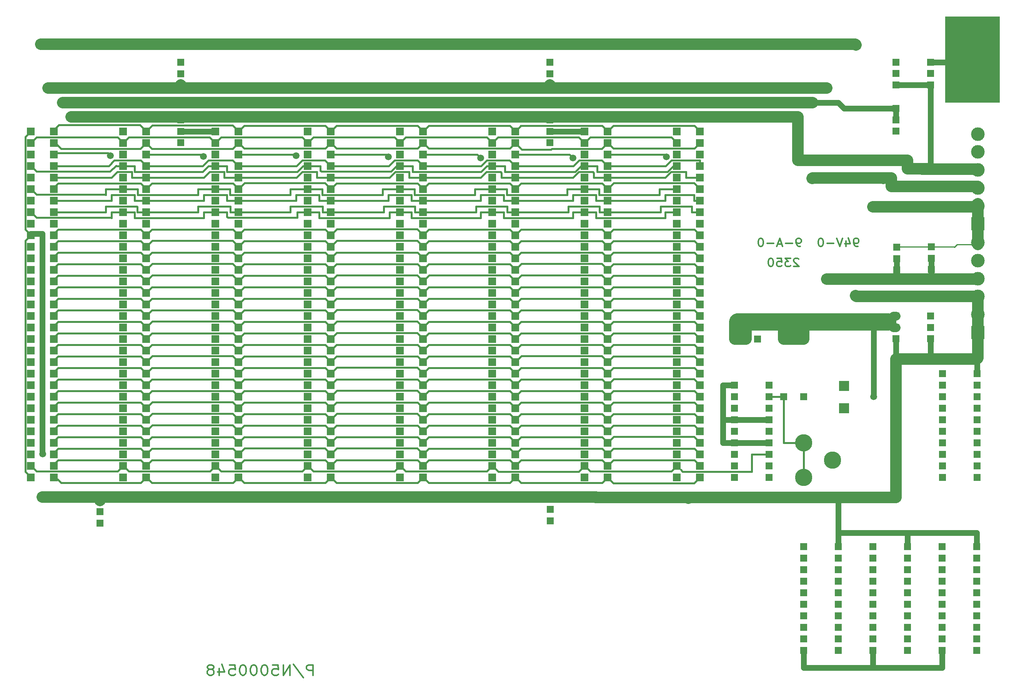
<source format=gbl>
%TF.GenerationSoftware,KiCad,Pcbnew,7.0.5*%
%TF.CreationDate,2023-12-17T19:06:12-06:00*%
%TF.ProjectId,ibm5161-backplane,69626d35-3136-4312-9d62-61636b706c61,2233*%
%TF.SameCoordinates,Original*%
%TF.FileFunction,Copper,L2,Bot*%
%TF.FilePolarity,Positive*%
%FSLAX46Y46*%
G04 Gerber Fmt 4.6, Leading zero omitted, Abs format (unit mm)*
G04 Created by KiCad (PCBNEW 7.0.5) date 2023-12-17 19:06:12*
%MOMM*%
%LPD*%
G01*
G04 APERTURE LIST*
%ADD10C,0.300000*%
%TA.AperFunction,NonConductor*%
%ADD11C,0.300000*%
%TD*%
%TA.AperFunction,ComponentPad*%
%ADD12R,1.600000X1.600000*%
%TD*%
%TA.AperFunction,ComponentPad*%
%ADD13R,1.700000X1.700000*%
%TD*%
%TA.AperFunction,ComponentPad*%
%ADD14R,12.000000X19.000000*%
%TD*%
%TA.AperFunction,ComponentPad*%
%ADD15C,3.810000*%
%TD*%
%TA.AperFunction,ComponentPad*%
%ADD16C,3.000000*%
%TD*%
%TA.AperFunction,ComponentPad*%
%ADD17R,3.000000X3.000000*%
%TD*%
%TA.AperFunction,ComponentPad*%
%ADD18R,2.300000X2.300000*%
%TD*%
%TA.AperFunction,ViaPad*%
%ADD19C,1.500000*%
%TD*%
%TA.AperFunction,ViaPad*%
%ADD20C,2.500000*%
%TD*%
%TA.AperFunction,ViaPad*%
%ADD21C,1.000000*%
%TD*%
%TA.AperFunction,ViaPad*%
%ADD22C,2.000000*%
%TD*%
%TA.AperFunction,Conductor*%
%ADD23C,0.254000*%
%TD*%
%TA.AperFunction,Conductor*%
%ADD24C,1.270000*%
%TD*%
%TA.AperFunction,Conductor*%
%ADD25C,2.540000*%
%TD*%
%TA.AperFunction,Conductor*%
%ADD26C,0.381000*%
%TD*%
%TA.AperFunction,Conductor*%
%ADD27C,3.810000*%
%TD*%
%TA.AperFunction,Conductor*%
%ADD28C,1.905000*%
%TD*%
%TA.AperFunction,Conductor*%
%ADD29C,0.762000*%
%TD*%
%ADD30C,0.350000*%
G04 APERTURE END LIST*
D10*
D11*
X94310174Y-163434123D02*
X94310174Y-161134123D01*
X94310174Y-161134123D02*
X93361603Y-161134123D01*
X93361603Y-161134123D02*
X93124460Y-161243647D01*
X93124460Y-161243647D02*
X93005889Y-161353171D01*
X93005889Y-161353171D02*
X92887317Y-161572219D01*
X92887317Y-161572219D02*
X92887317Y-161900790D01*
X92887317Y-161900790D02*
X93005889Y-162119838D01*
X93005889Y-162119838D02*
X93124460Y-162229361D01*
X93124460Y-162229361D02*
X93361603Y-162338885D01*
X93361603Y-162338885D02*
X94310174Y-162338885D01*
X90041603Y-161024600D02*
X92175889Y-163981742D01*
X89211603Y-163434123D02*
X89211603Y-161134123D01*
X89211603Y-161134123D02*
X87788746Y-163434123D01*
X87788746Y-163434123D02*
X87788746Y-161134123D01*
X85417318Y-161134123D02*
X86603032Y-161134123D01*
X86603032Y-161134123D02*
X86721604Y-162229361D01*
X86721604Y-162229361D02*
X86603032Y-162119838D01*
X86603032Y-162119838D02*
X86365890Y-162010314D01*
X86365890Y-162010314D02*
X85773032Y-162010314D01*
X85773032Y-162010314D02*
X85535890Y-162119838D01*
X85535890Y-162119838D02*
X85417318Y-162229361D01*
X85417318Y-162229361D02*
X85298747Y-162448409D01*
X85298747Y-162448409D02*
X85298747Y-162996028D01*
X85298747Y-162996028D02*
X85417318Y-163215076D01*
X85417318Y-163215076D02*
X85535890Y-163324600D01*
X85535890Y-163324600D02*
X85773032Y-163434123D01*
X85773032Y-163434123D02*
X86365890Y-163434123D01*
X86365890Y-163434123D02*
X86603032Y-163324600D01*
X86603032Y-163324600D02*
X86721604Y-163215076D01*
X83757318Y-161134123D02*
X83520175Y-161134123D01*
X83520175Y-161134123D02*
X83283032Y-161243647D01*
X83283032Y-161243647D02*
X83164461Y-161353171D01*
X83164461Y-161353171D02*
X83045889Y-161572219D01*
X83045889Y-161572219D02*
X82927318Y-162010314D01*
X82927318Y-162010314D02*
X82927318Y-162557933D01*
X82927318Y-162557933D02*
X83045889Y-162996028D01*
X83045889Y-162996028D02*
X83164461Y-163215076D01*
X83164461Y-163215076D02*
X83283032Y-163324600D01*
X83283032Y-163324600D02*
X83520175Y-163434123D01*
X83520175Y-163434123D02*
X83757318Y-163434123D01*
X83757318Y-163434123D02*
X83994461Y-163324600D01*
X83994461Y-163324600D02*
X84113032Y-163215076D01*
X84113032Y-163215076D02*
X84231603Y-162996028D01*
X84231603Y-162996028D02*
X84350175Y-162557933D01*
X84350175Y-162557933D02*
X84350175Y-162010314D01*
X84350175Y-162010314D02*
X84231603Y-161572219D01*
X84231603Y-161572219D02*
X84113032Y-161353171D01*
X84113032Y-161353171D02*
X83994461Y-161243647D01*
X83994461Y-161243647D02*
X83757318Y-161134123D01*
X81385889Y-161134123D02*
X81148746Y-161134123D01*
X81148746Y-161134123D02*
X80911603Y-161243647D01*
X80911603Y-161243647D02*
X80793032Y-161353171D01*
X80793032Y-161353171D02*
X80674460Y-161572219D01*
X80674460Y-161572219D02*
X80555889Y-162010314D01*
X80555889Y-162010314D02*
X80555889Y-162557933D01*
X80555889Y-162557933D02*
X80674460Y-162996028D01*
X80674460Y-162996028D02*
X80793032Y-163215076D01*
X80793032Y-163215076D02*
X80911603Y-163324600D01*
X80911603Y-163324600D02*
X81148746Y-163434123D01*
X81148746Y-163434123D02*
X81385889Y-163434123D01*
X81385889Y-163434123D02*
X81623032Y-163324600D01*
X81623032Y-163324600D02*
X81741603Y-163215076D01*
X81741603Y-163215076D02*
X81860174Y-162996028D01*
X81860174Y-162996028D02*
X81978746Y-162557933D01*
X81978746Y-162557933D02*
X81978746Y-162010314D01*
X81978746Y-162010314D02*
X81860174Y-161572219D01*
X81860174Y-161572219D02*
X81741603Y-161353171D01*
X81741603Y-161353171D02*
X81623032Y-161243647D01*
X81623032Y-161243647D02*
X81385889Y-161134123D01*
X79014460Y-161134123D02*
X78777317Y-161134123D01*
X78777317Y-161134123D02*
X78540174Y-161243647D01*
X78540174Y-161243647D02*
X78421603Y-161353171D01*
X78421603Y-161353171D02*
X78303031Y-161572219D01*
X78303031Y-161572219D02*
X78184460Y-162010314D01*
X78184460Y-162010314D02*
X78184460Y-162557933D01*
X78184460Y-162557933D02*
X78303031Y-162996028D01*
X78303031Y-162996028D02*
X78421603Y-163215076D01*
X78421603Y-163215076D02*
X78540174Y-163324600D01*
X78540174Y-163324600D02*
X78777317Y-163434123D01*
X78777317Y-163434123D02*
X79014460Y-163434123D01*
X79014460Y-163434123D02*
X79251603Y-163324600D01*
X79251603Y-163324600D02*
X79370174Y-163215076D01*
X79370174Y-163215076D02*
X79488745Y-162996028D01*
X79488745Y-162996028D02*
X79607317Y-162557933D01*
X79607317Y-162557933D02*
X79607317Y-162010314D01*
X79607317Y-162010314D02*
X79488745Y-161572219D01*
X79488745Y-161572219D02*
X79370174Y-161353171D01*
X79370174Y-161353171D02*
X79251603Y-161243647D01*
X79251603Y-161243647D02*
X79014460Y-161134123D01*
X75931602Y-161134123D02*
X77117316Y-161134123D01*
X77117316Y-161134123D02*
X77235888Y-162229361D01*
X77235888Y-162229361D02*
X77117316Y-162119838D01*
X77117316Y-162119838D02*
X76880174Y-162010314D01*
X76880174Y-162010314D02*
X76287316Y-162010314D01*
X76287316Y-162010314D02*
X76050174Y-162119838D01*
X76050174Y-162119838D02*
X75931602Y-162229361D01*
X75931602Y-162229361D02*
X75813031Y-162448409D01*
X75813031Y-162448409D02*
X75813031Y-162996028D01*
X75813031Y-162996028D02*
X75931602Y-163215076D01*
X75931602Y-163215076D02*
X76050174Y-163324600D01*
X76050174Y-163324600D02*
X76287316Y-163434123D01*
X76287316Y-163434123D02*
X76880174Y-163434123D01*
X76880174Y-163434123D02*
X77117316Y-163324600D01*
X77117316Y-163324600D02*
X77235888Y-163215076D01*
X73678745Y-161900790D02*
X73678745Y-163434123D01*
X74271602Y-161024600D02*
X74864459Y-162667457D01*
X74864459Y-162667457D02*
X73323030Y-162667457D01*
X72018744Y-162119838D02*
X72255887Y-162010314D01*
X72255887Y-162010314D02*
X72374458Y-161900790D01*
X72374458Y-161900790D02*
X72493030Y-161681742D01*
X72493030Y-161681742D02*
X72493030Y-161572219D01*
X72493030Y-161572219D02*
X72374458Y-161353171D01*
X72374458Y-161353171D02*
X72255887Y-161243647D01*
X72255887Y-161243647D02*
X72018744Y-161134123D01*
X72018744Y-161134123D02*
X71544458Y-161134123D01*
X71544458Y-161134123D02*
X71307316Y-161243647D01*
X71307316Y-161243647D02*
X71188744Y-161353171D01*
X71188744Y-161353171D02*
X71070173Y-161572219D01*
X71070173Y-161572219D02*
X71070173Y-161681742D01*
X71070173Y-161681742D02*
X71188744Y-161900790D01*
X71188744Y-161900790D02*
X71307316Y-162010314D01*
X71307316Y-162010314D02*
X71544458Y-162119838D01*
X71544458Y-162119838D02*
X72018744Y-162119838D01*
X72018744Y-162119838D02*
X72255887Y-162229361D01*
X72255887Y-162229361D02*
X72374458Y-162338885D01*
X72374458Y-162338885D02*
X72493030Y-162557933D01*
X72493030Y-162557933D02*
X72493030Y-162996028D01*
X72493030Y-162996028D02*
X72374458Y-163215076D01*
X72374458Y-163215076D02*
X72255887Y-163324600D01*
X72255887Y-163324600D02*
X72018744Y-163434123D01*
X72018744Y-163434123D02*
X71544458Y-163434123D01*
X71544458Y-163434123D02*
X71307316Y-163324600D01*
X71307316Y-163324600D02*
X71188744Y-163215076D01*
X71188744Y-163215076D02*
X71070173Y-162996028D01*
X71070173Y-162996028D02*
X71070173Y-162557933D01*
X71070173Y-162557933D02*
X71188744Y-162338885D01*
X71188744Y-162338885D02*
X71307316Y-162229361D01*
X71307316Y-162229361D02*
X71544458Y-162119838D01*
D10*
D11*
X201635489Y-69007314D02*
X201264060Y-69007314D01*
X201264060Y-69007314D02*
X201078346Y-68921600D01*
X201078346Y-68921600D02*
X200985489Y-68835885D01*
X200985489Y-68835885D02*
X200799774Y-68578742D01*
X200799774Y-68578742D02*
X200706917Y-68235885D01*
X200706917Y-68235885D02*
X200706917Y-67550171D01*
X200706917Y-67550171D02*
X200799774Y-67378742D01*
X200799774Y-67378742D02*
X200892632Y-67293028D01*
X200892632Y-67293028D02*
X201078346Y-67207314D01*
X201078346Y-67207314D02*
X201449774Y-67207314D01*
X201449774Y-67207314D02*
X201635489Y-67293028D01*
X201635489Y-67293028D02*
X201728346Y-67378742D01*
X201728346Y-67378742D02*
X201821203Y-67550171D01*
X201821203Y-67550171D02*
X201821203Y-67978742D01*
X201821203Y-67978742D02*
X201728346Y-68150171D01*
X201728346Y-68150171D02*
X201635489Y-68235885D01*
X201635489Y-68235885D02*
X201449774Y-68321600D01*
X201449774Y-68321600D02*
X201078346Y-68321600D01*
X201078346Y-68321600D02*
X200892632Y-68235885D01*
X200892632Y-68235885D02*
X200799774Y-68150171D01*
X200799774Y-68150171D02*
X200706917Y-67978742D01*
X199871203Y-68321600D02*
X198385489Y-68321600D01*
X197549774Y-68493028D02*
X196621203Y-68493028D01*
X197735488Y-69007314D02*
X197085488Y-67207314D01*
X197085488Y-67207314D02*
X196435488Y-69007314D01*
X195785488Y-68321600D02*
X194299774Y-68321600D01*
X192999773Y-67207314D02*
X192814059Y-67207314D01*
X192814059Y-67207314D02*
X192628345Y-67293028D01*
X192628345Y-67293028D02*
X192535488Y-67378742D01*
X192535488Y-67378742D02*
X192442630Y-67550171D01*
X192442630Y-67550171D02*
X192349773Y-67893028D01*
X192349773Y-67893028D02*
X192349773Y-68321600D01*
X192349773Y-68321600D02*
X192442630Y-68664457D01*
X192442630Y-68664457D02*
X192535488Y-68835885D01*
X192535488Y-68835885D02*
X192628345Y-68921600D01*
X192628345Y-68921600D02*
X192814059Y-69007314D01*
X192814059Y-69007314D02*
X192999773Y-69007314D01*
X192999773Y-69007314D02*
X193185488Y-68921600D01*
X193185488Y-68921600D02*
X193278345Y-68835885D01*
X193278345Y-68835885D02*
X193371202Y-68664457D01*
X193371202Y-68664457D02*
X193464059Y-68321600D01*
X193464059Y-68321600D02*
X193464059Y-67893028D01*
X193464059Y-67893028D02*
X193371202Y-67550171D01*
X193371202Y-67550171D02*
X193278345Y-67378742D01*
X193278345Y-67378742D02*
X193185488Y-67293028D01*
X193185488Y-67293028D02*
X192999773Y-67207314D01*
D10*
D11*
X201262403Y-71747542D02*
X201169546Y-71661828D01*
X201169546Y-71661828D02*
X200983832Y-71576114D01*
X200983832Y-71576114D02*
X200519546Y-71576114D01*
X200519546Y-71576114D02*
X200333832Y-71661828D01*
X200333832Y-71661828D02*
X200240974Y-71747542D01*
X200240974Y-71747542D02*
X200148117Y-71918971D01*
X200148117Y-71918971D02*
X200148117Y-72090400D01*
X200148117Y-72090400D02*
X200240974Y-72347542D01*
X200240974Y-72347542D02*
X201355260Y-73376114D01*
X201355260Y-73376114D02*
X200148117Y-73376114D01*
X199498117Y-71576114D02*
X198290974Y-71576114D01*
X198290974Y-71576114D02*
X198940974Y-72261828D01*
X198940974Y-72261828D02*
X198662403Y-72261828D01*
X198662403Y-72261828D02*
X198476689Y-72347542D01*
X198476689Y-72347542D02*
X198383831Y-72433257D01*
X198383831Y-72433257D02*
X198290974Y-72604685D01*
X198290974Y-72604685D02*
X198290974Y-73033257D01*
X198290974Y-73033257D02*
X198383831Y-73204685D01*
X198383831Y-73204685D02*
X198476689Y-73290400D01*
X198476689Y-73290400D02*
X198662403Y-73376114D01*
X198662403Y-73376114D02*
X199219546Y-73376114D01*
X199219546Y-73376114D02*
X199405260Y-73290400D01*
X199405260Y-73290400D02*
X199498117Y-73204685D01*
X196526688Y-71576114D02*
X197455260Y-71576114D01*
X197455260Y-71576114D02*
X197548117Y-72433257D01*
X197548117Y-72433257D02*
X197455260Y-72347542D01*
X197455260Y-72347542D02*
X197269546Y-72261828D01*
X197269546Y-72261828D02*
X196805260Y-72261828D01*
X196805260Y-72261828D02*
X196619546Y-72347542D01*
X196619546Y-72347542D02*
X196526688Y-72433257D01*
X196526688Y-72433257D02*
X196433831Y-72604685D01*
X196433831Y-72604685D02*
X196433831Y-73033257D01*
X196433831Y-73033257D02*
X196526688Y-73204685D01*
X196526688Y-73204685D02*
X196619546Y-73290400D01*
X196619546Y-73290400D02*
X196805260Y-73376114D01*
X196805260Y-73376114D02*
X197269546Y-73376114D01*
X197269546Y-73376114D02*
X197455260Y-73290400D01*
X197455260Y-73290400D02*
X197548117Y-73204685D01*
X195226688Y-71576114D02*
X195040974Y-71576114D01*
X195040974Y-71576114D02*
X194855260Y-71661828D01*
X194855260Y-71661828D02*
X194762403Y-71747542D01*
X194762403Y-71747542D02*
X194669545Y-71918971D01*
X194669545Y-71918971D02*
X194576688Y-72261828D01*
X194576688Y-72261828D02*
X194576688Y-72690400D01*
X194576688Y-72690400D02*
X194669545Y-73033257D01*
X194669545Y-73033257D02*
X194762403Y-73204685D01*
X194762403Y-73204685D02*
X194855260Y-73290400D01*
X194855260Y-73290400D02*
X195040974Y-73376114D01*
X195040974Y-73376114D02*
X195226688Y-73376114D01*
X195226688Y-73376114D02*
X195412403Y-73290400D01*
X195412403Y-73290400D02*
X195505260Y-73204685D01*
X195505260Y-73204685D02*
X195598117Y-73033257D01*
X195598117Y-73033257D02*
X195690974Y-72690400D01*
X195690974Y-72690400D02*
X195690974Y-72261828D01*
X195690974Y-72261828D02*
X195598117Y-71918971D01*
X195598117Y-71918971D02*
X195505260Y-71747542D01*
X195505260Y-71747542D02*
X195412403Y-71661828D01*
X195412403Y-71661828D02*
X195226688Y-71576114D01*
D10*
D11*
X214284689Y-69007314D02*
X213913260Y-69007314D01*
X213913260Y-69007314D02*
X213727546Y-68921600D01*
X213727546Y-68921600D02*
X213634689Y-68835885D01*
X213634689Y-68835885D02*
X213448974Y-68578742D01*
X213448974Y-68578742D02*
X213356117Y-68235885D01*
X213356117Y-68235885D02*
X213356117Y-67550171D01*
X213356117Y-67550171D02*
X213448974Y-67378742D01*
X213448974Y-67378742D02*
X213541832Y-67293028D01*
X213541832Y-67293028D02*
X213727546Y-67207314D01*
X213727546Y-67207314D02*
X214098974Y-67207314D01*
X214098974Y-67207314D02*
X214284689Y-67293028D01*
X214284689Y-67293028D02*
X214377546Y-67378742D01*
X214377546Y-67378742D02*
X214470403Y-67550171D01*
X214470403Y-67550171D02*
X214470403Y-67978742D01*
X214470403Y-67978742D02*
X214377546Y-68150171D01*
X214377546Y-68150171D02*
X214284689Y-68235885D01*
X214284689Y-68235885D02*
X214098974Y-68321600D01*
X214098974Y-68321600D02*
X213727546Y-68321600D01*
X213727546Y-68321600D02*
X213541832Y-68235885D01*
X213541832Y-68235885D02*
X213448974Y-68150171D01*
X213448974Y-68150171D02*
X213356117Y-67978742D01*
X211684689Y-67807314D02*
X211684689Y-69007314D01*
X212148974Y-67121600D02*
X212613260Y-68407314D01*
X212613260Y-68407314D02*
X211406117Y-68407314D01*
X210941831Y-67207314D02*
X210291831Y-69007314D01*
X210291831Y-69007314D02*
X209641831Y-67207314D01*
X208991831Y-68321600D02*
X207506117Y-68321600D01*
X206206116Y-67207314D02*
X206020402Y-67207314D01*
X206020402Y-67207314D02*
X205834688Y-67293028D01*
X205834688Y-67293028D02*
X205741831Y-67378742D01*
X205741831Y-67378742D02*
X205648973Y-67550171D01*
X205648973Y-67550171D02*
X205556116Y-67893028D01*
X205556116Y-67893028D02*
X205556116Y-68321600D01*
X205556116Y-68321600D02*
X205648973Y-68664457D01*
X205648973Y-68664457D02*
X205741831Y-68835885D01*
X205741831Y-68835885D02*
X205834688Y-68921600D01*
X205834688Y-68921600D02*
X206020402Y-69007314D01*
X206020402Y-69007314D02*
X206206116Y-69007314D01*
X206206116Y-69007314D02*
X206391831Y-68921600D01*
X206391831Y-68921600D02*
X206484688Y-68835885D01*
X206484688Y-68835885D02*
X206577545Y-68664457D01*
X206577545Y-68664457D02*
X206670402Y-68321600D01*
X206670402Y-68321600D02*
X206670402Y-67893028D01*
X206670402Y-67893028D02*
X206577545Y-67550171D01*
X206577545Y-67550171D02*
X206484688Y-67378742D01*
X206484688Y-67378742D02*
X206391831Y-67293028D01*
X206391831Y-67293028D02*
X206206116Y-67207314D01*
D12*
%TO.P,C9,1*%
%TO.N,+12V*%
X146510000Y-41100000D03*
%TO.P,C9,2*%
%TO.N,GNDREF*%
X146510000Y-46100000D03*
%TO.P,C9,3*%
X146510000Y-43640000D03*
%TD*%
D13*
%TO.P,J7,1,GND*%
%TO.N,GNDREF*%
X154130000Y-43640000D03*
%TO.P,J7,2,RESET*%
%TO.N,/RESET*%
X154130000Y-46180000D03*
%TO.P,J7,3,VCC*%
%TO.N,+5V*%
X154130000Y-48720000D03*
%TO.P,J7,4,IRQ2*%
%TO.N,/IRQ2*%
X154130000Y-51260000D03*
%TO.P,J7,5,-5V*%
%TO.N,-5V*%
X154130000Y-53800000D03*
%TO.P,J7,6,DRQ2*%
%TO.N,/DRQ2*%
X154130000Y-56340000D03*
%TO.P,J7,7,-12V*%
%TO.N,-12V*%
X154130000Y-58880000D03*
%TO.P,J7,8,UNUSED*%
%TO.N,/~{CSEL}*%
X154130000Y-61420000D03*
%TO.P,J7,9,+12V*%
%TO.N,+12V*%
X154130000Y-63960000D03*
%TO.P,J7,10,GND*%
%TO.N,GNDREF*%
X154130000Y-66500000D03*
%TO.P,J7,11,~{SMEMW}*%
%TO.N,/~{SMEMW}*%
X154130000Y-69040000D03*
%TO.P,J7,12,~{SMEMR}*%
%TO.N,/~{SMEMR}*%
X154130000Y-71580000D03*
%TO.P,J7,13,~{IOW}*%
%TO.N,/~{IOW}*%
X154130000Y-74120000D03*
%TO.P,J7,14,~{IOR}*%
%TO.N,/~{IOR}*%
X154130000Y-76660000D03*
%TO.P,J7,15,~{DACK3}*%
%TO.N,/~{DACK3}*%
X154130000Y-79200000D03*
%TO.P,J7,16,DRQ3*%
%TO.N,/DRQ3*%
X154130000Y-81740000D03*
%TO.P,J7,17,~{DACK1}*%
%TO.N,/~{DACK1}*%
X154130000Y-84280000D03*
%TO.P,J7,18,DRQ1*%
%TO.N,/DRQ1*%
X154130000Y-86820000D03*
%TO.P,J7,19,~{DACK0}*%
%TO.N,/~{DACK0}*%
X154130000Y-89360000D03*
%TO.P,J7,20,CLK*%
%TO.N,/CLK*%
X154130000Y-91900000D03*
%TO.P,J7,21,IRQ7*%
%TO.N,/IRQ7*%
X154130000Y-94440000D03*
%TO.P,J7,22,IRQ6*%
%TO.N,/IRQ6*%
X154130000Y-96980000D03*
%TO.P,J7,23,IRQ5*%
%TO.N,/IRQ5*%
X154130000Y-99520000D03*
%TO.P,J7,24,IRQ4*%
%TO.N,/IRQ4*%
X154130000Y-102060000D03*
%TO.P,J7,25,IRQ3*%
%TO.N,/IRQ3*%
X154130000Y-104600000D03*
%TO.P,J7,26,~{DACK2}*%
%TO.N,/~{DACK2}*%
X154130000Y-107140000D03*
%TO.P,J7,27,TC*%
%TO.N,/TC*%
X154130000Y-109680000D03*
%TO.P,J7,28,ALE*%
%TO.N,/ALE*%
X154130000Y-112220000D03*
%TO.P,J7,29,VCC*%
%TO.N,+5V*%
X154130000Y-114760000D03*
%TO.P,J7,30,OSC*%
%TO.N,/OSC*%
X154130000Y-117300000D03*
%TO.P,J7,31,GND*%
%TO.N,GNDREF*%
X154130000Y-119840000D03*
%TO.P,J7,32,IO*%
%TO.N,/IO*%
X159210000Y-43640000D03*
%TO.P,J7,33,DB7*%
%TO.N,/DB7*%
X159210000Y-46180000D03*
%TO.P,J7,34,DB6*%
%TO.N,/DB6*%
X159210000Y-48720000D03*
%TO.P,J7,35,DB5*%
%TO.N,/DB5*%
X159210000Y-51260000D03*
%TO.P,J7,36,DB4*%
%TO.N,/DB4*%
X159210000Y-53800000D03*
%TO.P,J7,37,DB3*%
%TO.N,/DB3*%
X159210000Y-56340000D03*
%TO.P,J7,38,DB2*%
%TO.N,/DB2*%
X159210000Y-58880000D03*
%TO.P,J7,39,DB1*%
%TO.N,/DB1*%
X159210000Y-61420000D03*
%TO.P,J7,40,DB0*%
%TO.N,/DB0*%
X159210000Y-63960000D03*
%TO.P,J7,41,IO_READY*%
%TO.N,/IO_READY*%
X159210000Y-66500000D03*
%TO.P,J7,42,AEN*%
%TO.N,/AEN*%
X159210000Y-69040000D03*
%TO.P,J7,43,BA19*%
%TO.N,/BA19*%
X159210000Y-71580000D03*
%TO.P,J7,44,BA18*%
%TO.N,/BA18*%
X159210000Y-74120000D03*
%TO.P,J7,45,BA17*%
%TO.N,/BA17*%
X159210000Y-76660000D03*
%TO.P,J7,46,BA16*%
%TO.N,/BA16*%
X159210000Y-79200000D03*
%TO.P,J7,47,BA15*%
%TO.N,/BA15*%
X159210000Y-81740000D03*
%TO.P,J7,48,BA14*%
%TO.N,/BA14*%
X159210000Y-84280000D03*
%TO.P,J7,49,BA13*%
%TO.N,/BA13*%
X159210000Y-86820000D03*
%TO.P,J7,50,BA12*%
%TO.N,/BA12*%
X159210000Y-89360000D03*
%TO.P,J7,51,BA11*%
%TO.N,/BA11*%
X159210000Y-91900000D03*
%TO.P,J7,52,BA10*%
%TO.N,/BA10*%
X159210000Y-94440000D03*
%TO.P,J7,53,BA09*%
%TO.N,/BA09*%
X159210000Y-96980000D03*
%TO.P,J7,54,BA08*%
%TO.N,/BA08*%
X159210000Y-99520000D03*
%TO.P,J7,55,BA07*%
%TO.N,/BA07*%
X159210000Y-102060000D03*
%TO.P,J7,56,BA06*%
%TO.N,/BA06*%
X159210000Y-104600000D03*
%TO.P,J7,57,BA05*%
%TO.N,/BA05*%
X159210000Y-107140000D03*
%TO.P,J7,58,BA04*%
%TO.N,/BA04*%
X159210000Y-109680000D03*
%TO.P,J7,59,BA03*%
%TO.N,/BA03*%
X159210000Y-112220000D03*
%TO.P,J7,60,BA02*%
%TO.N,/BA02*%
X159210000Y-114760000D03*
%TO.P,J7,61,BA01*%
%TO.N,/BA01*%
X159210000Y-117300000D03*
%TO.P,J7,62,BA00*%
%TO.N,/BA00*%
X159210000Y-119840000D03*
%TD*%
%TO.P,J5,1,GND*%
%TO.N,GNDREF*%
X113490000Y-43640000D03*
%TO.P,J5,2,RESET*%
%TO.N,/RESET*%
X113490000Y-46180000D03*
%TO.P,J5,3,VCC*%
%TO.N,+5V*%
X113490000Y-48720000D03*
%TO.P,J5,4,IRQ2*%
%TO.N,/IRQ2*%
X113490000Y-51260000D03*
%TO.P,J5,5,-5V*%
%TO.N,-5V*%
X113490000Y-53800000D03*
%TO.P,J5,6,DRQ2*%
%TO.N,/DRQ2*%
X113490000Y-56340000D03*
%TO.P,J5,7,-12V*%
%TO.N,-12V*%
X113490000Y-58880000D03*
%TO.P,J5,8,UNUSED*%
%TO.N,/~{CSEL}*%
X113490000Y-61420000D03*
%TO.P,J5,9,+12V*%
%TO.N,+12V*%
X113490000Y-63960000D03*
%TO.P,J5,10,GND*%
%TO.N,GNDREF*%
X113490000Y-66500000D03*
%TO.P,J5,11,~{SMEMW}*%
%TO.N,/~{SMEMW}*%
X113490000Y-69040000D03*
%TO.P,J5,12,~{SMEMR}*%
%TO.N,/~{SMEMR}*%
X113490000Y-71580000D03*
%TO.P,J5,13,~{IOW}*%
%TO.N,/~{IOW}*%
X113490000Y-74120000D03*
%TO.P,J5,14,~{IOR}*%
%TO.N,/~{IOR}*%
X113490000Y-76660000D03*
%TO.P,J5,15,~{DACK3}*%
%TO.N,/~{DACK3}*%
X113490000Y-79200000D03*
%TO.P,J5,16,DRQ3*%
%TO.N,/DRQ3*%
X113490000Y-81740000D03*
%TO.P,J5,17,~{DACK1}*%
%TO.N,/~{DACK1}*%
X113490000Y-84280000D03*
%TO.P,J5,18,DRQ1*%
%TO.N,/DRQ1*%
X113490000Y-86820000D03*
%TO.P,J5,19,~{DACK0}*%
%TO.N,/~{DACK0}*%
X113490000Y-89360000D03*
%TO.P,J5,20,CLK*%
%TO.N,/CLK*%
X113490000Y-91900000D03*
%TO.P,J5,21,IRQ7*%
%TO.N,/IRQ7*%
X113490000Y-94440000D03*
%TO.P,J5,22,IRQ6*%
%TO.N,/IRQ6*%
X113490000Y-96980000D03*
%TO.P,J5,23,IRQ5*%
%TO.N,/IRQ5*%
X113490000Y-99520000D03*
%TO.P,J5,24,IRQ4*%
%TO.N,/IRQ4*%
X113490000Y-102060000D03*
%TO.P,J5,25,IRQ3*%
%TO.N,/IRQ3*%
X113490000Y-104600000D03*
%TO.P,J5,26,~{DACK2}*%
%TO.N,/~{DACK2}*%
X113490000Y-107140000D03*
%TO.P,J5,27,TC*%
%TO.N,/TC*%
X113490000Y-109680000D03*
%TO.P,J5,28,ALE*%
%TO.N,/ALE*%
X113490000Y-112220000D03*
%TO.P,J5,29,VCC*%
%TO.N,+5V*%
X113490000Y-114760000D03*
%TO.P,J5,30,OSC*%
%TO.N,/OSC*%
X113490000Y-117300000D03*
%TO.P,J5,31,GND*%
%TO.N,GNDREF*%
X113490000Y-119840000D03*
%TO.P,J5,32,IO*%
%TO.N,/IO*%
X118570000Y-43640000D03*
%TO.P,J5,33,DB7*%
%TO.N,/DB7*%
X118570000Y-46180000D03*
%TO.P,J5,34,DB6*%
%TO.N,/DB6*%
X118570000Y-48720000D03*
%TO.P,J5,35,DB5*%
%TO.N,/DB5*%
X118570000Y-51260000D03*
%TO.P,J5,36,DB4*%
%TO.N,/DB4*%
X118570000Y-53800000D03*
%TO.P,J5,37,DB3*%
%TO.N,/DB3*%
X118570000Y-56340000D03*
%TO.P,J5,38,DB2*%
%TO.N,/DB2*%
X118570000Y-58880000D03*
%TO.P,J5,39,DB1*%
%TO.N,/DB1*%
X118570000Y-61420000D03*
%TO.P,J5,40,DB0*%
%TO.N,/DB0*%
X118570000Y-63960000D03*
%TO.P,J5,41,IO_READY*%
%TO.N,/IO_READY*%
X118570000Y-66500000D03*
%TO.P,J5,42,AEN*%
%TO.N,/AEN*%
X118570000Y-69040000D03*
%TO.P,J5,43,BA19*%
%TO.N,/BA19*%
X118570000Y-71580000D03*
%TO.P,J5,44,BA18*%
%TO.N,/BA18*%
X118570000Y-74120000D03*
%TO.P,J5,45,BA17*%
%TO.N,/BA17*%
X118570000Y-76660000D03*
%TO.P,J5,46,BA16*%
%TO.N,/BA16*%
X118570000Y-79200000D03*
%TO.P,J5,47,BA15*%
%TO.N,/BA15*%
X118570000Y-81740000D03*
%TO.P,J5,48,BA14*%
%TO.N,/BA14*%
X118570000Y-84280000D03*
%TO.P,J5,49,BA13*%
%TO.N,/BA13*%
X118570000Y-86820000D03*
%TO.P,J5,50,BA12*%
%TO.N,/BA12*%
X118570000Y-89360000D03*
%TO.P,J5,51,BA11*%
%TO.N,/BA11*%
X118570000Y-91900000D03*
%TO.P,J5,52,BA10*%
%TO.N,/BA10*%
X118570000Y-94440000D03*
%TO.P,J5,53,BA09*%
%TO.N,/BA09*%
X118570000Y-96980000D03*
%TO.P,J5,54,BA08*%
%TO.N,/BA08*%
X118570000Y-99520000D03*
%TO.P,J5,55,BA07*%
%TO.N,/BA07*%
X118570000Y-102060000D03*
%TO.P,J5,56,BA06*%
%TO.N,/BA06*%
X118570000Y-104600000D03*
%TO.P,J5,57,BA05*%
%TO.N,/BA05*%
X118570000Y-107140000D03*
%TO.P,J5,58,BA04*%
%TO.N,/BA04*%
X118570000Y-109680000D03*
%TO.P,J5,59,BA03*%
%TO.N,/BA03*%
X118570000Y-112220000D03*
%TO.P,J5,60,BA02*%
%TO.N,/BA02*%
X118570000Y-114760000D03*
%TO.P,J5,61,BA01*%
%TO.N,/BA01*%
X118570000Y-117300000D03*
%TO.P,J5,62,BA00*%
%TO.N,/BA00*%
X118570000Y-119840000D03*
%TD*%
D12*
%TO.P,C12,1*%
%TO.N,GNDREF*%
X146510000Y-28400000D03*
%TO.P,C12,2*%
%TO.N,-5V*%
X146510000Y-33400000D03*
%TO.P,C12,3*%
%TO.N,GNDREF*%
X146510000Y-30940000D03*
%TD*%
%TO.P,C13,1*%
%TO.N,+5V*%
X192230000Y-89360000D03*
%TO.P,C13,2*%
%TO.N,GNDREF*%
X187230000Y-89360000D03*
%TO.P,C13,3*%
X189690000Y-89360000D03*
%TD*%
%TO.P,C5,1*%
%TO.N,GNDREF*%
X222862400Y-69120000D03*
%TO.P,C5,2*%
%TO.N,-5V*%
X222862400Y-74120000D03*
%TO.P,C5,3*%
X222862400Y-71660000D03*
%TD*%
%TO.P,C7,1*%
%TO.N,GNDREF*%
X222710000Y-84280000D03*
%TO.P,C7,2*%
%TO.N,+5V*%
X222710000Y-89280000D03*
%TO.P,C7,3*%
%TO.N,GNDREF*%
X222710000Y-86820000D03*
%TD*%
%TO.P,S1,1,Pin_1*%
%TO.N,unconnected-(S1-Pin_1-Pad1)*%
X232918000Y-96980000D03*
%TO.P,S1,2,Pin_2*%
%TO.N,unconnected-(S1-Pin_2-Pad2)*%
X232918000Y-99520000D03*
%TO.P,S1,3,Pin_3*%
%TO.N,unconnected-(S1-Pin_3-Pad3)*%
X232918000Y-102060000D03*
%TO.P,S1,4,Pin_4*%
%TO.N,unconnected-(S1-Pin_4-Pad4)*%
X232918000Y-104600000D03*
%TO.P,S1,5,Pin_5*%
%TO.N,unconnected-(S1-Pin_5-Pad5)*%
X232918000Y-107140000D03*
%TO.P,S1,6,Pin_6*%
%TO.N,unconnected-(S1-Pin_6-Pad6)*%
X232918000Y-109680000D03*
%TO.P,S1,7,Pin_7*%
%TO.N,unconnected-(S1-Pin_7-Pad7)*%
X232918000Y-112220000D03*
%TO.P,S1,8,Pin_8*%
%TO.N,unconnected-(S1-Pin_8-Pad8)*%
X232918000Y-114760000D03*
%TO.P,S1,9,Pin_9*%
%TO.N,unconnected-(S1-Pin_9-Pad9)*%
X232918000Y-117300000D03*
%TO.P,S1,10,Pin_10*%
%TO.N,GNDREF*%
X232918000Y-119840000D03*
%TO.P,S1,11,Pin_11*%
%TO.N,unconnected-(S1-Pin_11-Pad11)*%
X240538000Y-119840000D03*
%TO.P,S1,12,Pin_12*%
%TO.N,unconnected-(S1-Pin_12-Pad12)*%
X240538000Y-117300000D03*
%TO.P,S1,13,Pin_13*%
%TO.N,unconnected-(S1-Pin_13-Pad13)*%
X240538000Y-114760000D03*
%TO.P,S1,14,Pin_14*%
%TO.N,unconnected-(S1-Pin_14-Pad14)*%
X240538000Y-112220000D03*
%TO.P,S1,15,Pin_15*%
%TO.N,unconnected-(S1-Pin_15-Pad15)*%
X240538000Y-109680000D03*
%TO.P,S1,16,Pin_16*%
%TO.N,unconnected-(S1-Pin_16-Pad16)*%
X240538000Y-107140000D03*
%TO.P,S1,17,Pin_17*%
%TO.N,unconnected-(S1-Pin_17-Pad17)*%
X240538000Y-104600000D03*
%TO.P,S1,18,Pin_18*%
%TO.N,unconnected-(S1-Pin_18-Pad18)*%
X240538000Y-102060000D03*
%TO.P,S1,19,Pin_19*%
%TO.N,unconnected-(S1-Pin_19-Pad19)*%
X240538000Y-99520000D03*
%TO.P,S1,20,Pin_20*%
%TO.N,+5V*%
X240538000Y-96980000D03*
%TD*%
D13*
%TO.P,J4,1,GND*%
%TO.N,GNDREF*%
X93170000Y-43640000D03*
%TO.P,J4,2,RESET*%
%TO.N,/RESET*%
X93170000Y-46180000D03*
%TO.P,J4,3,VCC*%
%TO.N,+5V*%
X93170000Y-48720000D03*
%TO.P,J4,4,IRQ2*%
%TO.N,/IRQ2*%
X93170000Y-51260000D03*
%TO.P,J4,5,-5V*%
%TO.N,-5V*%
X93170000Y-53800000D03*
%TO.P,J4,6,DRQ2*%
%TO.N,/DRQ2*%
X93170000Y-56340000D03*
%TO.P,J4,7,-12V*%
%TO.N,-12V*%
X93170000Y-58880000D03*
%TO.P,J4,8,UNUSED*%
%TO.N,/~{CSEL}*%
X93170000Y-61420000D03*
%TO.P,J4,9,+12V*%
%TO.N,+12V*%
X93170000Y-63960000D03*
%TO.P,J4,10,GND*%
%TO.N,GNDREF*%
X93170000Y-66500000D03*
%TO.P,J4,11,~{SMEMW}*%
%TO.N,/~{SMEMW}*%
X93170000Y-69040000D03*
%TO.P,J4,12,~{SMEMR}*%
%TO.N,/~{SMEMR}*%
X93170000Y-71580000D03*
%TO.P,J4,13,~{IOW}*%
%TO.N,/~{IOW}*%
X93170000Y-74120000D03*
%TO.P,J4,14,~{IOR}*%
%TO.N,/~{IOR}*%
X93170000Y-76660000D03*
%TO.P,J4,15,~{DACK3}*%
%TO.N,/~{DACK3}*%
X93170000Y-79200000D03*
%TO.P,J4,16,DRQ3*%
%TO.N,/DRQ3*%
X93170000Y-81740000D03*
%TO.P,J4,17,~{DACK1}*%
%TO.N,/~{DACK1}*%
X93170000Y-84280000D03*
%TO.P,J4,18,DRQ1*%
%TO.N,/DRQ1*%
X93170000Y-86820000D03*
%TO.P,J4,19,~{DACK0}*%
%TO.N,/~{DACK0}*%
X93170000Y-89360000D03*
%TO.P,J4,20,CLK*%
%TO.N,/CLK*%
X93170000Y-91900000D03*
%TO.P,J4,21,IRQ7*%
%TO.N,/IRQ7*%
X93170000Y-94440000D03*
%TO.P,J4,22,IRQ6*%
%TO.N,/IRQ6*%
X93170000Y-96980000D03*
%TO.P,J4,23,IRQ5*%
%TO.N,/IRQ5*%
X93170000Y-99520000D03*
%TO.P,J4,24,IRQ4*%
%TO.N,/IRQ4*%
X93170000Y-102060000D03*
%TO.P,J4,25,IRQ3*%
%TO.N,/IRQ3*%
X93170000Y-104600000D03*
%TO.P,J4,26,~{DACK2}*%
%TO.N,/~{DACK2}*%
X93170000Y-107140000D03*
%TO.P,J4,27,TC*%
%TO.N,/TC*%
X93170000Y-109680000D03*
%TO.P,J4,28,ALE*%
%TO.N,/ALE*%
X93170000Y-112220000D03*
%TO.P,J4,29,VCC*%
%TO.N,+5V*%
X93170000Y-114760000D03*
%TO.P,J4,30,OSC*%
%TO.N,/OSC*%
X93170000Y-117300000D03*
%TO.P,J4,31,GND*%
%TO.N,GNDREF*%
X93170000Y-119840000D03*
%TO.P,J4,32,IO*%
%TO.N,/IO*%
X98250000Y-43640000D03*
%TO.P,J4,33,DB7*%
%TO.N,/DB7*%
X98250000Y-46180000D03*
%TO.P,J4,34,DB6*%
%TO.N,/DB6*%
X98250000Y-48720000D03*
%TO.P,J4,35,DB5*%
%TO.N,/DB5*%
X98250000Y-51260000D03*
%TO.P,J4,36,DB4*%
%TO.N,/DB4*%
X98250000Y-53800000D03*
%TO.P,J4,37,DB3*%
%TO.N,/DB3*%
X98250000Y-56340000D03*
%TO.P,J4,38,DB2*%
%TO.N,/DB2*%
X98250000Y-58880000D03*
%TO.P,J4,39,DB1*%
%TO.N,/DB1*%
X98250000Y-61420000D03*
%TO.P,J4,40,DB0*%
%TO.N,/DB0*%
X98250000Y-63960000D03*
%TO.P,J4,41,IO_READY*%
%TO.N,/IO_READY*%
X98250000Y-66500000D03*
%TO.P,J4,42,AEN*%
%TO.N,/AEN*%
X98250000Y-69040000D03*
%TO.P,J4,43,BA19*%
%TO.N,/BA19*%
X98250000Y-71580000D03*
%TO.P,J4,44,BA18*%
%TO.N,/BA18*%
X98250000Y-74120000D03*
%TO.P,J4,45,BA17*%
%TO.N,/BA17*%
X98250000Y-76660000D03*
%TO.P,J4,46,BA16*%
%TO.N,/BA16*%
X98250000Y-79200000D03*
%TO.P,J4,47,BA15*%
%TO.N,/BA15*%
X98250000Y-81740000D03*
%TO.P,J4,48,BA14*%
%TO.N,/BA14*%
X98250000Y-84280000D03*
%TO.P,J4,49,BA13*%
%TO.N,/BA13*%
X98250000Y-86820000D03*
%TO.P,J4,50,BA12*%
%TO.N,/BA12*%
X98250000Y-89360000D03*
%TO.P,J4,51,BA11*%
%TO.N,/BA11*%
X98250000Y-91900000D03*
%TO.P,J4,52,BA10*%
%TO.N,/BA10*%
X98250000Y-94440000D03*
%TO.P,J4,53,BA09*%
%TO.N,/BA09*%
X98250000Y-96980000D03*
%TO.P,J4,54,BA08*%
%TO.N,/BA08*%
X98250000Y-99520000D03*
%TO.P,J4,55,BA07*%
%TO.N,/BA07*%
X98250000Y-102060000D03*
%TO.P,J4,56,BA06*%
%TO.N,/BA06*%
X98250000Y-104600000D03*
%TO.P,J4,57,BA05*%
%TO.N,/BA05*%
X98250000Y-107140000D03*
%TO.P,J4,58,BA04*%
%TO.N,/BA04*%
X98250000Y-109680000D03*
%TO.P,J4,59,BA03*%
%TO.N,/BA03*%
X98250000Y-112220000D03*
%TO.P,J4,60,BA02*%
%TO.N,/BA02*%
X98250000Y-114760000D03*
%TO.P,J4,61,BA01*%
%TO.N,/BA01*%
X98250000Y-117300000D03*
%TO.P,J4,62,BA00*%
%TO.N,/BA00*%
X98250000Y-119840000D03*
%TD*%
%TO.P,J1,1,GND*%
%TO.N,GNDREF*%
X32210000Y-43640000D03*
%TO.P,J1,2,RESET*%
%TO.N,/RESET*%
X32210000Y-46180000D03*
%TO.P,J1,3,VCC*%
%TO.N,+5V*%
X32210000Y-48720000D03*
%TO.P,J1,4,IRQ2*%
%TO.N,/IRQ2*%
X32210000Y-51260000D03*
%TO.P,J1,5,-5V*%
%TO.N,-5V*%
X32210000Y-53800000D03*
%TO.P,J1,6,DRQ2*%
%TO.N,/DRQ2*%
X32210000Y-56340000D03*
%TO.P,J1,7,-12V*%
%TO.N,-12V*%
X32210000Y-58880000D03*
%TO.P,J1,8,UNUSED*%
%TO.N,/~{CSEL}*%
X32210000Y-61420000D03*
%TO.P,J1,9,+12V*%
%TO.N,+12V*%
X32210000Y-63960000D03*
%TO.P,J1,10,GND*%
%TO.N,GNDREF*%
X32210000Y-66500000D03*
%TO.P,J1,11,~{SMEMW}*%
%TO.N,/~{SMEMW}*%
X32210000Y-69040000D03*
%TO.P,J1,12,~{SMEMR}*%
%TO.N,/~{SMEMR}*%
X32210000Y-71580000D03*
%TO.P,J1,13,~{IOW}*%
%TO.N,/~{IOW}*%
X32210000Y-74120000D03*
%TO.P,J1,14,~{IOR}*%
%TO.N,/~{IOR}*%
X32210000Y-76660000D03*
%TO.P,J1,15,~{DACK3}*%
%TO.N,/~{DACK3}*%
X32210000Y-79200000D03*
%TO.P,J1,16,DRQ3*%
%TO.N,/DRQ3*%
X32210000Y-81740000D03*
%TO.P,J1,17,~{DACK1}*%
%TO.N,/~{DACK1}*%
X32210000Y-84280000D03*
%TO.P,J1,18,DRQ1*%
%TO.N,/DRQ1*%
X32210000Y-86820000D03*
%TO.P,J1,19,~{DACK0}*%
%TO.N,/~{DACK0}*%
X32210000Y-89360000D03*
%TO.P,J1,20,CLK*%
%TO.N,/CLK*%
X32210000Y-91900000D03*
%TO.P,J1,21,IRQ7*%
%TO.N,/IRQ7*%
X32210000Y-94440000D03*
%TO.P,J1,22,IRQ6*%
%TO.N,/IRQ6*%
X32210000Y-96980000D03*
%TO.P,J1,23,IRQ5*%
%TO.N,/IRQ5*%
X32210000Y-99520000D03*
%TO.P,J1,24,IRQ4*%
%TO.N,/IRQ4*%
X32210000Y-102060000D03*
%TO.P,J1,25,IRQ3*%
%TO.N,/IRQ3*%
X32210000Y-104600000D03*
%TO.P,J1,26,~{DACK2}*%
%TO.N,/~{DACK2}*%
X32210000Y-107140000D03*
%TO.P,J1,27,TC*%
%TO.N,/TC*%
X32210000Y-109680000D03*
%TO.P,J1,28,ALE*%
%TO.N,/ALE*%
X32210000Y-112220000D03*
%TO.P,J1,29,VCC*%
%TO.N,+5V*%
X32210000Y-114760000D03*
%TO.P,J1,30,OSC*%
%TO.N,/OSC*%
X32210000Y-117300000D03*
%TO.P,J1,31,GND*%
%TO.N,GNDREF*%
X32210000Y-119840000D03*
%TO.P,J1,32,IO*%
%TO.N,/IO*%
X37290000Y-43640000D03*
%TO.P,J1,33,DB7*%
%TO.N,/DB7*%
X37290000Y-46180000D03*
%TO.P,J1,34,DB6*%
%TO.N,/DB6*%
X37290000Y-48720000D03*
%TO.P,J1,35,DB5*%
%TO.N,/DB5*%
X37290000Y-51260000D03*
%TO.P,J1,36,DB4*%
%TO.N,/DB4*%
X37290000Y-53800000D03*
%TO.P,J1,37,DB3*%
%TO.N,/DB3*%
X37290000Y-56340000D03*
%TO.P,J1,38,DB2*%
%TO.N,/DB2*%
X37290000Y-58880000D03*
%TO.P,J1,39,DB1*%
%TO.N,/DB1*%
X37290000Y-61420000D03*
%TO.P,J1,40,DB0*%
%TO.N,/DB0*%
X37290000Y-63960000D03*
%TO.P,J1,41,IO_READY*%
%TO.N,/IO_READY*%
X37290000Y-66500000D03*
%TO.P,J1,42,AEN*%
%TO.N,/AEN*%
X37290000Y-69040000D03*
%TO.P,J1,43,BA19*%
%TO.N,/BA19*%
X37290000Y-71580000D03*
%TO.P,J1,44,BA18*%
%TO.N,/BA18*%
X37290000Y-74120000D03*
%TO.P,J1,45,BA17*%
%TO.N,/BA17*%
X37290000Y-76660000D03*
%TO.P,J1,46,BA16*%
%TO.N,/BA16*%
X37290000Y-79200000D03*
%TO.P,J1,47,BA15*%
%TO.N,/BA15*%
X37290000Y-81740000D03*
%TO.P,J1,48,BA14*%
%TO.N,/BA14*%
X37290000Y-84280000D03*
%TO.P,J1,49,BA13*%
%TO.N,/BA13*%
X37290000Y-86820000D03*
%TO.P,J1,50,BA12*%
%TO.N,/BA12*%
X37290000Y-89360000D03*
%TO.P,J1,51,BA11*%
%TO.N,/BA11*%
X37290000Y-91900000D03*
%TO.P,J1,52,BA10*%
%TO.N,/BA10*%
X37290000Y-94440000D03*
%TO.P,J1,53,BA09*%
%TO.N,/BA09*%
X37290000Y-96980000D03*
%TO.P,J1,54,BA08*%
%TO.N,/BA08*%
X37290000Y-99520000D03*
%TO.P,J1,55,BA07*%
%TO.N,/BA07*%
X37290000Y-102060000D03*
%TO.P,J1,56,BA06*%
%TO.N,/BA06*%
X37290000Y-104600000D03*
%TO.P,J1,57,BA05*%
%TO.N,/BA05*%
X37290000Y-107140000D03*
%TO.P,J1,58,BA04*%
%TO.N,/BA04*%
X37290000Y-109680000D03*
%TO.P,J1,59,BA03*%
%TO.N,/BA03*%
X37290000Y-112220000D03*
%TO.P,J1,60,BA02*%
%TO.N,/BA02*%
X37290000Y-114760000D03*
%TO.P,J1,61,BA01*%
%TO.N,/BA01*%
X37290000Y-117300000D03*
%TO.P,J1,62,BA00*%
%TO.N,/BA00*%
X37290000Y-119840000D03*
%TD*%
D12*
%TO.P,C8,1*%
%TO.N,GNDREF*%
X230330000Y-84280000D03*
%TO.P,C8,2*%
%TO.N,+5V*%
X230330000Y-89280000D03*
%TO.P,C8,3*%
%TO.N,GNDREF*%
X230330000Y-86820000D03*
%TD*%
D14*
%TO.P,REF\u002A\u002A,1*%
%TO.N,GNDREF*%
X239500000Y-27850000D03*
%TD*%
D13*
%TO.P,J3,1,GND*%
%TO.N,GNDREF*%
X72850000Y-43640000D03*
%TO.P,J3,2,RESET*%
%TO.N,/RESET*%
X72850000Y-46180000D03*
%TO.P,J3,3,VCC*%
%TO.N,+5V*%
X72850000Y-48720000D03*
%TO.P,J3,4,IRQ2*%
%TO.N,/IRQ2*%
X72850000Y-51260000D03*
%TO.P,J3,5,-5V*%
%TO.N,-5V*%
X72850000Y-53800000D03*
%TO.P,J3,6,DRQ2*%
%TO.N,/DRQ2*%
X72850000Y-56340000D03*
%TO.P,J3,7,-12V*%
%TO.N,-12V*%
X72850000Y-58880000D03*
%TO.P,J3,8,UNUSED*%
%TO.N,/~{CSEL}*%
X72850000Y-61420000D03*
%TO.P,J3,9,+12V*%
%TO.N,+12V*%
X72850000Y-63960000D03*
%TO.P,J3,10,GND*%
%TO.N,GNDREF*%
X72850000Y-66500000D03*
%TO.P,J3,11,~{SMEMW}*%
%TO.N,/~{SMEMW}*%
X72850000Y-69040000D03*
%TO.P,J3,12,~{SMEMR}*%
%TO.N,/~{SMEMR}*%
X72850000Y-71580000D03*
%TO.P,J3,13,~{IOW}*%
%TO.N,/~{IOW}*%
X72850000Y-74120000D03*
%TO.P,J3,14,~{IOR}*%
%TO.N,/~{IOR}*%
X72850000Y-76660000D03*
%TO.P,J3,15,~{DACK3}*%
%TO.N,/~{DACK3}*%
X72850000Y-79200000D03*
%TO.P,J3,16,DRQ3*%
%TO.N,/DRQ3*%
X72850000Y-81740000D03*
%TO.P,J3,17,~{DACK1}*%
%TO.N,/~{DACK1}*%
X72850000Y-84280000D03*
%TO.P,J3,18,DRQ1*%
%TO.N,/DRQ1*%
X72850000Y-86820000D03*
%TO.P,J3,19,~{DACK0}*%
%TO.N,/~{DACK0}*%
X72850000Y-89360000D03*
%TO.P,J3,20,CLK*%
%TO.N,/CLK*%
X72850000Y-91900000D03*
%TO.P,J3,21,IRQ7*%
%TO.N,/IRQ7*%
X72850000Y-94440000D03*
%TO.P,J3,22,IRQ6*%
%TO.N,/IRQ6*%
X72850000Y-96980000D03*
%TO.P,J3,23,IRQ5*%
%TO.N,/IRQ5*%
X72850000Y-99520000D03*
%TO.P,J3,24,IRQ4*%
%TO.N,/IRQ4*%
X72850000Y-102060000D03*
%TO.P,J3,25,IRQ3*%
%TO.N,/IRQ3*%
X72850000Y-104600000D03*
%TO.P,J3,26,~{DACK2}*%
%TO.N,/~{DACK2}*%
X72850000Y-107140000D03*
%TO.P,J3,27,TC*%
%TO.N,/TC*%
X72850000Y-109680000D03*
%TO.P,J3,28,ALE*%
%TO.N,/ALE*%
X72850000Y-112220000D03*
%TO.P,J3,29,VCC*%
%TO.N,+5V*%
X72850000Y-114760000D03*
%TO.P,J3,30,OSC*%
%TO.N,/OSC*%
X72850000Y-117300000D03*
%TO.P,J3,31,GND*%
%TO.N,GNDREF*%
X72850000Y-119840000D03*
%TO.P,J3,32,IO*%
%TO.N,/IO*%
X77930000Y-43640000D03*
%TO.P,J3,33,DB7*%
%TO.N,/DB7*%
X77930000Y-46180000D03*
%TO.P,J3,34,DB6*%
%TO.N,/DB6*%
X77930000Y-48720000D03*
%TO.P,J3,35,DB5*%
%TO.N,/DB5*%
X77930000Y-51260000D03*
%TO.P,J3,36,DB4*%
%TO.N,/DB4*%
X77930000Y-53800000D03*
%TO.P,J3,37,DB3*%
%TO.N,/DB3*%
X77930000Y-56340000D03*
%TO.P,J3,38,DB2*%
%TO.N,/DB2*%
X77930000Y-58880000D03*
%TO.P,J3,39,DB1*%
%TO.N,/DB1*%
X77930000Y-61420000D03*
%TO.P,J3,40,DB0*%
%TO.N,/DB0*%
X77930000Y-63960000D03*
%TO.P,J3,41,IO_READY*%
%TO.N,/IO_READY*%
X77930000Y-66500000D03*
%TO.P,J3,42,AEN*%
%TO.N,/AEN*%
X77930000Y-69040000D03*
%TO.P,J3,43,BA19*%
%TO.N,/BA19*%
X77930000Y-71580000D03*
%TO.P,J3,44,BA18*%
%TO.N,/BA18*%
X77930000Y-74120000D03*
%TO.P,J3,45,BA17*%
%TO.N,/BA17*%
X77930000Y-76660000D03*
%TO.P,J3,46,BA16*%
%TO.N,/BA16*%
X77930000Y-79200000D03*
%TO.P,J3,47,BA15*%
%TO.N,/BA15*%
X77930000Y-81740000D03*
%TO.P,J3,48,BA14*%
%TO.N,/BA14*%
X77930000Y-84280000D03*
%TO.P,J3,49,BA13*%
%TO.N,/BA13*%
X77930000Y-86820000D03*
%TO.P,J3,50,BA12*%
%TO.N,/BA12*%
X77930000Y-89360000D03*
%TO.P,J3,51,BA11*%
%TO.N,/BA11*%
X77930000Y-91900000D03*
%TO.P,J3,52,BA10*%
%TO.N,/BA10*%
X77930000Y-94440000D03*
%TO.P,J3,53,BA09*%
%TO.N,/BA09*%
X77930000Y-96980000D03*
%TO.P,J3,54,BA08*%
%TO.N,/BA08*%
X77930000Y-99520000D03*
%TO.P,J3,55,BA07*%
%TO.N,/BA07*%
X77930000Y-102060000D03*
%TO.P,J3,56,BA06*%
%TO.N,/BA06*%
X77930000Y-104600000D03*
%TO.P,J3,57,BA05*%
%TO.N,/BA05*%
X77930000Y-107140000D03*
%TO.P,J3,58,BA04*%
%TO.N,/BA04*%
X77930000Y-109680000D03*
%TO.P,J3,59,BA03*%
%TO.N,/BA03*%
X77930000Y-112220000D03*
%TO.P,J3,60,BA02*%
%TO.N,/BA02*%
X77930000Y-114760000D03*
%TO.P,J3,61,BA01*%
%TO.N,/BA01*%
X77930000Y-117300000D03*
%TO.P,J3,62,BA00*%
%TO.N,/BA00*%
X77930000Y-119840000D03*
%TD*%
D12*
%TO.P,S4,1,Pin_1*%
%TO.N,unconnected-(S4-Pin_1-Pad1)*%
X202390000Y-135080000D03*
%TO.P,S4,2,Pin_2*%
%TO.N,unconnected-(S4-Pin_2-Pad2)*%
X202390000Y-137620000D03*
%TO.P,S4,3,Pin_3*%
%TO.N,unconnected-(S4-Pin_3-Pad3)*%
X202390000Y-140160000D03*
%TO.P,S4,4,Pin_4*%
%TO.N,unconnected-(S4-Pin_4-Pad4)*%
X202390000Y-142700000D03*
%TO.P,S4,5,Pin_5*%
%TO.N,unconnected-(S4-Pin_5-Pad5)*%
X202390000Y-145240000D03*
%TO.P,S4,6,Pin_6*%
%TO.N,unconnected-(S4-Pin_6-Pad6)*%
X202390000Y-147780000D03*
%TO.P,S4,7,Pin_7*%
%TO.N,unconnected-(S4-Pin_7-Pad7)*%
X202390000Y-150320000D03*
%TO.P,S4,8,Pin_8*%
%TO.N,unconnected-(S4-Pin_8-Pad8)*%
X202390000Y-152860000D03*
%TO.P,S4,9,Pin_9*%
%TO.N,unconnected-(S4-Pin_9-Pad9)*%
X202390000Y-155400000D03*
%TO.P,S4,10,Pin_10*%
%TO.N,GNDREF*%
X202390000Y-157940000D03*
%TO.P,S4,11,Pin_11*%
%TO.N,unconnected-(S4-Pin_11-Pad11)*%
X210010000Y-157940000D03*
%TO.P,S4,12,Pin_12*%
%TO.N,unconnected-(S4-Pin_12-Pad12)*%
X210010000Y-155400000D03*
%TO.P,S4,13,Pin_13*%
%TO.N,unconnected-(S4-Pin_13-Pad13)*%
X210010000Y-152860000D03*
%TO.P,S4,14,Pin_14*%
%TO.N,unconnected-(S4-Pin_14-Pad14)*%
X210010000Y-150320000D03*
%TO.P,S4,15,Pin_15*%
%TO.N,unconnected-(S4-Pin_15-Pad15)*%
X210010000Y-147780000D03*
%TO.P,S4,16,Pin_16*%
%TO.N,unconnected-(S4-Pin_16-Pad16)*%
X210010000Y-145240000D03*
%TO.P,S4,17,Pin_17*%
%TO.N,unconnected-(S4-Pin_17-Pad17)*%
X210010000Y-142700000D03*
%TO.P,S4,18,Pin_18*%
%TO.N,unconnected-(S4-Pin_18-Pad18)*%
X210010000Y-140160000D03*
%TO.P,S4,19,Pin_19*%
%TO.N,unconnected-(S4-Pin_19-Pad19)*%
X210010000Y-137620000D03*
%TO.P,S4,20,Pin_20*%
%TO.N,+5V*%
X210010000Y-135080000D03*
%TD*%
D13*
%TO.P,J8,1,GND*%
%TO.N,GNDREF*%
X174450000Y-43640000D03*
%TO.P,J8,2,RESET*%
%TO.N,/RESET*%
X174450000Y-46180000D03*
%TO.P,J8,3,VCC*%
%TO.N,+5V*%
X174450000Y-48720000D03*
%TO.P,J8,4,IRQ2*%
%TO.N,/IRQ2*%
X174450000Y-51260000D03*
%TO.P,J8,5,-5V*%
%TO.N,-5V*%
X174450000Y-53800000D03*
%TO.P,J8,6,DRQ2*%
%TO.N,/DRQ2*%
X174450000Y-56340000D03*
%TO.P,J8,7,-12V*%
%TO.N,-12V*%
X174450000Y-58880000D03*
%TO.P,J8,8,UNUSED*%
%TO.N,/~{CSEL}*%
X174450000Y-61420000D03*
%TO.P,J8,9,+12V*%
%TO.N,+12V*%
X174450000Y-63960000D03*
%TO.P,J8,10,GND*%
%TO.N,GNDREF*%
X174450000Y-66500000D03*
%TO.P,J8,11,~{SMEMW}*%
%TO.N,/~{SMEMW}*%
X174450000Y-69040000D03*
%TO.P,J8,12,~{SMEMR}*%
%TO.N,/~{SMEMR}*%
X174450000Y-71580000D03*
%TO.P,J8,13,~{IOW}*%
%TO.N,/~{IOW}*%
X174450000Y-74120000D03*
%TO.P,J8,14,~{IOR}*%
%TO.N,/~{IOR}*%
X174450000Y-76660000D03*
%TO.P,J8,15,~{DACK3}*%
%TO.N,/~{DACK3}*%
X174450000Y-79200000D03*
%TO.P,J8,16,DRQ3*%
%TO.N,/DRQ3*%
X174450000Y-81740000D03*
%TO.P,J8,17,~{DACK1}*%
%TO.N,/~{DACK1}*%
X174450000Y-84280000D03*
%TO.P,J8,18,DRQ1*%
%TO.N,/DRQ1*%
X174450000Y-86820000D03*
%TO.P,J8,19,~{DACK0}*%
%TO.N,/~{DACK0}*%
X174450000Y-89360000D03*
%TO.P,J8,20,CLK*%
%TO.N,/CLK*%
X174450000Y-91900000D03*
%TO.P,J8,21,IRQ7*%
%TO.N,/IRQ7*%
X174450000Y-94440000D03*
%TO.P,J8,22,IRQ6*%
%TO.N,/IRQ6*%
X174450000Y-96980000D03*
%TO.P,J8,23,IRQ5*%
%TO.N,/IRQ5*%
X174450000Y-99520000D03*
%TO.P,J8,24,IRQ4*%
%TO.N,/IRQ4*%
X174450000Y-102060000D03*
%TO.P,J8,25,IRQ3*%
%TO.N,/IRQ3*%
X174450000Y-104600000D03*
%TO.P,J8,26,~{DACK2}*%
%TO.N,/~{DACK2}*%
X174450000Y-107140000D03*
%TO.P,J8,27,TC*%
%TO.N,/TC*%
X174450000Y-109680000D03*
%TO.P,J8,28,ALE*%
%TO.N,/ALE*%
X174450000Y-112220000D03*
%TO.P,J8,29,VCC*%
%TO.N,+5V*%
X174450000Y-114760000D03*
%TO.P,J8,30,OSC*%
%TO.N,/OSC*%
X174450000Y-117300000D03*
%TO.P,J8,31,GND*%
%TO.N,GNDREF*%
X174450000Y-119840000D03*
%TO.P,J8,32,IO*%
%TO.N,/IO*%
X179530000Y-43640000D03*
%TO.P,J8,33,DB7*%
%TO.N,/DB7*%
X179530000Y-46180000D03*
%TO.P,J8,34,DB6*%
%TO.N,/DB6*%
X179530000Y-48720000D03*
%TO.P,J8,35,DB5*%
%TO.N,/DB5*%
X179530000Y-51260000D03*
%TO.P,J8,36,DB4*%
%TO.N,/DB4*%
X179530000Y-53800000D03*
%TO.P,J8,37,DB3*%
%TO.N,/DB3*%
X179530000Y-56340000D03*
%TO.P,J8,38,DB2*%
%TO.N,/DB2*%
X179530000Y-58880000D03*
%TO.P,J8,39,DB1*%
%TO.N,/DB1*%
X179530000Y-61420000D03*
%TO.P,J8,40,DB0*%
%TO.N,/DB0*%
X179530000Y-63960000D03*
%TO.P,J8,41,IO_READY*%
%TO.N,/IO_READY*%
X179530000Y-66500000D03*
%TO.P,J8,42,AEN*%
%TO.N,/AEN*%
X179530000Y-69040000D03*
%TO.P,J8,43,BA19*%
%TO.N,/BA19*%
X179530000Y-71580000D03*
%TO.P,J8,44,BA18*%
%TO.N,/BA18*%
X179530000Y-74120000D03*
%TO.P,J8,45,BA17*%
%TO.N,/BA17*%
X179530000Y-76660000D03*
%TO.P,J8,46,BA16*%
%TO.N,/BA16*%
X179530000Y-79200000D03*
%TO.P,J8,47,BA15*%
%TO.N,/BA15*%
X179530000Y-81740000D03*
%TO.P,J8,48,BA14*%
%TO.N,/BA14*%
X179530000Y-84280000D03*
%TO.P,J8,49,BA13*%
%TO.N,/BA13*%
X179530000Y-86820000D03*
%TO.P,J8,50,BA12*%
%TO.N,/BA12*%
X179530000Y-89360000D03*
%TO.P,J8,51,BA11*%
%TO.N,/BA11*%
X179530000Y-91900000D03*
%TO.P,J8,52,BA10*%
%TO.N,/BA10*%
X179530000Y-94440000D03*
%TO.P,J8,53,BA09*%
%TO.N,/BA09*%
X179530000Y-96980000D03*
%TO.P,J8,54,BA08*%
%TO.N,/BA08*%
X179530000Y-99520000D03*
%TO.P,J8,55,BA07*%
%TO.N,/BA07*%
X179530000Y-102060000D03*
%TO.P,J8,56,BA06*%
%TO.N,/BA06*%
X179530000Y-104600000D03*
%TO.P,J8,57,BA05*%
%TO.N,/BA05*%
X179530000Y-107140000D03*
%TO.P,J8,58,BA04*%
%TO.N,/BA04*%
X179530000Y-109680000D03*
%TO.P,J8,59,BA03*%
%TO.N,/BA03*%
X179530000Y-112220000D03*
%TO.P,J8,60,BA02*%
%TO.N,/BA02*%
X179530000Y-114760000D03*
%TO.P,J8,61,BA01*%
%TO.N,/BA01*%
X179530000Y-117300000D03*
%TO.P,J8,62,BA00*%
%TO.N,/BA00*%
X179530000Y-119840000D03*
%TD*%
D12*
%TO.P,S3,1,Pin_1*%
%TO.N,unconnected-(S3-Pin_1-Pad1)*%
X217630000Y-135080000D03*
%TO.P,S3,2,Pin_2*%
%TO.N,unconnected-(S3-Pin_2-Pad2)*%
X217630000Y-137620000D03*
%TO.P,S3,3,Pin_3*%
%TO.N,unconnected-(S3-Pin_3-Pad3)*%
X217630000Y-140160000D03*
%TO.P,S3,4,Pin_4*%
%TO.N,unconnected-(S3-Pin_4-Pad4)*%
X217630000Y-142700000D03*
%TO.P,S3,5,Pin_5*%
%TO.N,unconnected-(S3-Pin_5-Pad5)*%
X217630000Y-145240000D03*
%TO.P,S3,6,Pin_6*%
%TO.N,unconnected-(S3-Pin_6-Pad6)*%
X217630000Y-147780000D03*
%TO.P,S3,7,Pin_7*%
%TO.N,unconnected-(S3-Pin_7-Pad7)*%
X217630000Y-150320000D03*
%TO.P,S3,8,Pin_8*%
%TO.N,unconnected-(S3-Pin_8-Pad8)*%
X217630000Y-152860000D03*
%TO.P,S3,9,Pin_9*%
%TO.N,unconnected-(S3-Pin_9-Pad9)*%
X217630000Y-155400000D03*
%TO.P,S3,10,Pin_10*%
%TO.N,GNDREF*%
X217630000Y-157940000D03*
%TO.P,S3,11,Pin_11*%
%TO.N,unconnected-(S3-Pin_11-Pad11)*%
X225250000Y-157940000D03*
%TO.P,S3,12,Pin_12*%
%TO.N,unconnected-(S3-Pin_12-Pad12)*%
X225250000Y-155400000D03*
%TO.P,S3,13,Pin_13*%
%TO.N,unconnected-(S3-Pin_13-Pad13)*%
X225250000Y-152860000D03*
%TO.P,S3,14,Pin_14*%
%TO.N,unconnected-(S3-Pin_14-Pad14)*%
X225250000Y-150320000D03*
%TO.P,S3,15,Pin_15*%
%TO.N,unconnected-(S3-Pin_15-Pad15)*%
X225250000Y-147780000D03*
%TO.P,S3,16,Pin_16*%
%TO.N,unconnected-(S3-Pin_16-Pad16)*%
X225250000Y-145240000D03*
%TO.P,S3,17,Pin_17*%
%TO.N,unconnected-(S3-Pin_17-Pad17)*%
X225250000Y-142700000D03*
%TO.P,S3,18,Pin_18*%
%TO.N,unconnected-(S3-Pin_18-Pad18)*%
X225250000Y-140160000D03*
%TO.P,S3,19,Pin_19*%
%TO.N,unconnected-(S3-Pin_19-Pad19)*%
X225250000Y-137620000D03*
%TO.P,S3,20,Pin_20*%
%TO.N,+5V*%
X225250000Y-135080000D03*
%TD*%
%TO.P,C15,1*%
%TO.N,GNDREF*%
X146608000Y-129398000D03*
%TO.P,C15,2*%
%TO.N,+5V*%
X146608000Y-124398000D03*
%TO.P,C15,3*%
%TO.N,GNDREF*%
X146608000Y-126858000D03*
%TD*%
D13*
%TO.P,J6,1,GND*%
%TO.N,GNDREF*%
X133810000Y-43640000D03*
%TO.P,J6,2,RESET*%
%TO.N,/RESET*%
X133810000Y-46180000D03*
%TO.P,J6,3,VCC*%
%TO.N,+5V*%
X133810000Y-48720000D03*
%TO.P,J6,4,IRQ2*%
%TO.N,/IRQ2*%
X133810000Y-51260000D03*
%TO.P,J6,5,-5V*%
%TO.N,-5V*%
X133810000Y-53800000D03*
%TO.P,J6,6,DRQ2*%
%TO.N,/DRQ2*%
X133810000Y-56340000D03*
%TO.P,J6,7,-12V*%
%TO.N,-12V*%
X133810000Y-58880000D03*
%TO.P,J6,8,UNUSED*%
%TO.N,/~{CSEL}*%
X133810000Y-61420000D03*
%TO.P,J6,9,+12V*%
%TO.N,+12V*%
X133810000Y-63960000D03*
%TO.P,J6,10,GND*%
%TO.N,GNDREF*%
X133810000Y-66500000D03*
%TO.P,J6,11,~{SMEMW}*%
%TO.N,/~{SMEMW}*%
X133810000Y-69040000D03*
%TO.P,J6,12,~{SMEMR}*%
%TO.N,/~{SMEMR}*%
X133810000Y-71580000D03*
%TO.P,J6,13,~{IOW}*%
%TO.N,/~{IOW}*%
X133810000Y-74120000D03*
%TO.P,J6,14,~{IOR}*%
%TO.N,/~{IOR}*%
X133810000Y-76660000D03*
%TO.P,J6,15,~{DACK3}*%
%TO.N,/~{DACK3}*%
X133810000Y-79200000D03*
%TO.P,J6,16,DRQ3*%
%TO.N,/DRQ3*%
X133810000Y-81740000D03*
%TO.P,J6,17,~{DACK1}*%
%TO.N,/~{DACK1}*%
X133810000Y-84280000D03*
%TO.P,J6,18,DRQ1*%
%TO.N,/DRQ1*%
X133810000Y-86820000D03*
%TO.P,J6,19,~{DACK0}*%
%TO.N,/~{DACK0}*%
X133810000Y-89360000D03*
%TO.P,J6,20,CLK*%
%TO.N,/CLK*%
X133810000Y-91900000D03*
%TO.P,J6,21,IRQ7*%
%TO.N,/IRQ7*%
X133810000Y-94440000D03*
%TO.P,J6,22,IRQ6*%
%TO.N,/IRQ6*%
X133810000Y-96980000D03*
%TO.P,J6,23,IRQ5*%
%TO.N,/IRQ5*%
X133810000Y-99520000D03*
%TO.P,J6,24,IRQ4*%
%TO.N,/IRQ4*%
X133810000Y-102060000D03*
%TO.P,J6,25,IRQ3*%
%TO.N,/IRQ3*%
X133810000Y-104600000D03*
%TO.P,J6,26,~{DACK2}*%
%TO.N,/~{DACK2}*%
X133810000Y-107140000D03*
%TO.P,J6,27,TC*%
%TO.N,/TC*%
X133810000Y-109680000D03*
%TO.P,J6,28,ALE*%
%TO.N,/ALE*%
X133810000Y-112220000D03*
%TO.P,J6,29,VCC*%
%TO.N,+5V*%
X133810000Y-114760000D03*
%TO.P,J6,30,OSC*%
%TO.N,/OSC*%
X133810000Y-117300000D03*
%TO.P,J6,31,GND*%
%TO.N,GNDREF*%
X133810000Y-119840000D03*
%TO.P,J6,32,IO*%
%TO.N,/IO*%
X138890000Y-43640000D03*
%TO.P,J6,33,DB7*%
%TO.N,/DB7*%
X138890000Y-46180000D03*
%TO.P,J6,34,DB6*%
%TO.N,/DB6*%
X138890000Y-48720000D03*
%TO.P,J6,35,DB5*%
%TO.N,/DB5*%
X138890000Y-51260000D03*
%TO.P,J6,36,DB4*%
%TO.N,/DB4*%
X138890000Y-53800000D03*
%TO.P,J6,37,DB3*%
%TO.N,/DB3*%
X138890000Y-56340000D03*
%TO.P,J6,38,DB2*%
%TO.N,/DB2*%
X138890000Y-58880000D03*
%TO.P,J6,39,DB1*%
%TO.N,/DB1*%
X138890000Y-61420000D03*
%TO.P,J6,40,DB0*%
%TO.N,/DB0*%
X138890000Y-63960000D03*
%TO.P,J6,41,IO_READY*%
%TO.N,/IO_READY*%
X138890000Y-66500000D03*
%TO.P,J6,42,AEN*%
%TO.N,/AEN*%
X138890000Y-69040000D03*
%TO.P,J6,43,BA19*%
%TO.N,/BA19*%
X138890000Y-71580000D03*
%TO.P,J6,44,BA18*%
%TO.N,/BA18*%
X138890000Y-74120000D03*
%TO.P,J6,45,BA17*%
%TO.N,/BA17*%
X138890000Y-76660000D03*
%TO.P,J6,46,BA16*%
%TO.N,/BA16*%
X138890000Y-79200000D03*
%TO.P,J6,47,BA15*%
%TO.N,/BA15*%
X138890000Y-81740000D03*
%TO.P,J6,48,BA14*%
%TO.N,/BA14*%
X138890000Y-84280000D03*
%TO.P,J6,49,BA13*%
%TO.N,/BA13*%
X138890000Y-86820000D03*
%TO.P,J6,50,BA12*%
%TO.N,/BA12*%
X138890000Y-89360000D03*
%TO.P,J6,51,BA11*%
%TO.N,/BA11*%
X138890000Y-91900000D03*
%TO.P,J6,52,BA10*%
%TO.N,/BA10*%
X138890000Y-94440000D03*
%TO.P,J6,53,BA09*%
%TO.N,/BA09*%
X138890000Y-96980000D03*
%TO.P,J6,54,BA08*%
%TO.N,/BA08*%
X138890000Y-99520000D03*
%TO.P,J6,55,BA07*%
%TO.N,/BA07*%
X138890000Y-102060000D03*
%TO.P,J6,56,BA06*%
%TO.N,/BA06*%
X138890000Y-104600000D03*
%TO.P,J6,57,BA05*%
%TO.N,/BA05*%
X138890000Y-107140000D03*
%TO.P,J6,58,BA04*%
%TO.N,/BA04*%
X138890000Y-109680000D03*
%TO.P,J6,59,BA03*%
%TO.N,/BA03*%
X138890000Y-112220000D03*
%TO.P,J6,60,BA02*%
%TO.N,/BA02*%
X138890000Y-114760000D03*
%TO.P,J6,61,BA01*%
%TO.N,/BA01*%
X138890000Y-117300000D03*
%TO.P,J6,62,BA00*%
%TO.N,/BA00*%
X138890000Y-119840000D03*
%TD*%
D15*
%TO.P,C1,1*%
%TO.N,Net-(C1-Pad1)*%
X208740000Y-116030000D03*
%TO.P,C1,2*%
%TO.N,Net-(U1-X1)*%
X202390000Y-119840000D03*
X202390000Y-112220000D03*
%TD*%
D12*
%TO.P,C11,1*%
%TO.N,+12V*%
X65230000Y-41100000D03*
%TO.P,C11,2*%
%TO.N,GNDREF*%
X65230000Y-46100000D03*
%TO.P,C11,3*%
X65230000Y-43640000D03*
%TD*%
%TO.P,C6,1*%
%TO.N,GNDREF*%
X230431600Y-69090800D03*
%TO.P,C6,2*%
%TO.N,-5V*%
X230431600Y-74090800D03*
%TO.P,C6,3*%
X230431600Y-71630800D03*
%TD*%
%TO.P,C3,1*%
%TO.N,+12V*%
X230330000Y-33400000D03*
%TO.P,C3,2*%
%TO.N,GNDREF*%
X230330000Y-28400000D03*
%TO.P,C3,3*%
X230330000Y-30860000D03*
%TD*%
D13*
%TO.P,J2,1,GND*%
%TO.N,GNDREF*%
X52530000Y-43640000D03*
%TO.P,J2,2,RESET*%
%TO.N,/RESET*%
X52530000Y-46180000D03*
%TO.P,J2,3,VCC*%
%TO.N,+5V*%
X52530000Y-48720000D03*
%TO.P,J2,4,IRQ2*%
%TO.N,/IRQ2*%
X52530000Y-51260000D03*
%TO.P,J2,5,-5V*%
%TO.N,-5V*%
X52530000Y-53800000D03*
%TO.P,J2,6,DRQ2*%
%TO.N,/DRQ2*%
X52530000Y-56340000D03*
%TO.P,J2,7,-12V*%
%TO.N,-12V*%
X52530000Y-58880000D03*
%TO.P,J2,8,UNUSED*%
%TO.N,/~{CSEL}*%
X52530000Y-61420000D03*
%TO.P,J2,9,+12V*%
%TO.N,+12V*%
X52530000Y-63960000D03*
%TO.P,J2,10,GND*%
%TO.N,GNDREF*%
X52530000Y-66500000D03*
%TO.P,J2,11,~{SMEMW}*%
%TO.N,/~{SMEMW}*%
X52530000Y-69040000D03*
%TO.P,J2,12,~{SMEMR}*%
%TO.N,/~{SMEMR}*%
X52530000Y-71580000D03*
%TO.P,J2,13,~{IOW}*%
%TO.N,/~{IOW}*%
X52530000Y-74120000D03*
%TO.P,J2,14,~{IOR}*%
%TO.N,/~{IOR}*%
X52530000Y-76660000D03*
%TO.P,J2,15,~{DACK3}*%
%TO.N,/~{DACK3}*%
X52530000Y-79200000D03*
%TO.P,J2,16,DRQ3*%
%TO.N,/DRQ3*%
X52530000Y-81740000D03*
%TO.P,J2,17,~{DACK1}*%
%TO.N,/~{DACK1}*%
X52530000Y-84280000D03*
%TO.P,J2,18,DRQ1*%
%TO.N,/DRQ1*%
X52530000Y-86820000D03*
%TO.P,J2,19,~{DACK0}*%
%TO.N,/~{DACK0}*%
X52530000Y-89360000D03*
%TO.P,J2,20,CLK*%
%TO.N,/CLK*%
X52530000Y-91900000D03*
%TO.P,J2,21,IRQ7*%
%TO.N,/IRQ7*%
X52530000Y-94440000D03*
%TO.P,J2,22,IRQ6*%
%TO.N,/IRQ6*%
X52530000Y-96980000D03*
%TO.P,J2,23,IRQ5*%
%TO.N,/IRQ5*%
X52530000Y-99520000D03*
%TO.P,J2,24,IRQ4*%
%TO.N,/IRQ4*%
X52530000Y-102060000D03*
%TO.P,J2,25,IRQ3*%
%TO.N,/IRQ3*%
X52530000Y-104600000D03*
%TO.P,J2,26,~{DACK2}*%
%TO.N,/~{DACK2}*%
X52530000Y-107140000D03*
%TO.P,J2,27,TC*%
%TO.N,/TC*%
X52530000Y-109680000D03*
%TO.P,J2,28,ALE*%
%TO.N,/ALE*%
X52530000Y-112220000D03*
%TO.P,J2,29,VCC*%
%TO.N,+5V*%
X52530000Y-114760000D03*
%TO.P,J2,30,OSC*%
%TO.N,/OSC*%
X52530000Y-117300000D03*
%TO.P,J2,31,GND*%
%TO.N,GNDREF*%
X52530000Y-119840000D03*
%TO.P,J2,32,IO*%
%TO.N,/IO*%
X57610000Y-43640000D03*
%TO.P,J2,33,DB7*%
%TO.N,/DB7*%
X57610000Y-46180000D03*
%TO.P,J2,34,DB6*%
%TO.N,/DB6*%
X57610000Y-48720000D03*
%TO.P,J2,35,DB5*%
%TO.N,/DB5*%
X57610000Y-51260000D03*
%TO.P,J2,36,DB4*%
%TO.N,/DB4*%
X57610000Y-53800000D03*
%TO.P,J2,37,DB3*%
%TO.N,/DB3*%
X57610000Y-56340000D03*
%TO.P,J2,38,DB2*%
%TO.N,/DB2*%
X57610000Y-58880000D03*
%TO.P,J2,39,DB1*%
%TO.N,/DB1*%
X57610000Y-61420000D03*
%TO.P,J2,40,DB0*%
%TO.N,/DB0*%
X57610000Y-63960000D03*
%TO.P,J2,41,IO_READY*%
%TO.N,/IO_READY*%
X57610000Y-66500000D03*
%TO.P,J2,42,AEN*%
%TO.N,/AEN*%
X57610000Y-69040000D03*
%TO.P,J2,43,BA19*%
%TO.N,/BA19*%
X57610000Y-71580000D03*
%TO.P,J2,44,BA18*%
%TO.N,/BA18*%
X57610000Y-74120000D03*
%TO.P,J2,45,BA17*%
%TO.N,/BA17*%
X57610000Y-76660000D03*
%TO.P,J2,46,BA16*%
%TO.N,/BA16*%
X57610000Y-79200000D03*
%TO.P,J2,47,BA15*%
%TO.N,/BA15*%
X57610000Y-81740000D03*
%TO.P,J2,48,BA14*%
%TO.N,/BA14*%
X57610000Y-84280000D03*
%TO.P,J2,49,BA13*%
%TO.N,/BA13*%
X57610000Y-86820000D03*
%TO.P,J2,50,BA12*%
%TO.N,/BA12*%
X57610000Y-89360000D03*
%TO.P,J2,51,BA11*%
%TO.N,/BA11*%
X57610000Y-91900000D03*
%TO.P,J2,52,BA10*%
%TO.N,/BA10*%
X57610000Y-94440000D03*
%TO.P,J2,53,BA09*%
%TO.N,/BA09*%
X57610000Y-96980000D03*
%TO.P,J2,54,BA08*%
%TO.N,/BA08*%
X57610000Y-99520000D03*
%TO.P,J2,55,BA07*%
%TO.N,/BA07*%
X57610000Y-102060000D03*
%TO.P,J2,56,BA06*%
%TO.N,/BA06*%
X57610000Y-104600000D03*
%TO.P,J2,57,BA05*%
%TO.N,/BA05*%
X57610000Y-107140000D03*
%TO.P,J2,58,BA04*%
%TO.N,/BA04*%
X57610000Y-109680000D03*
%TO.P,J2,59,BA03*%
%TO.N,/BA03*%
X57610000Y-112220000D03*
%TO.P,J2,60,BA02*%
%TO.N,/BA02*%
X57610000Y-114760000D03*
%TO.P,J2,61,BA01*%
%TO.N,/BA01*%
X57610000Y-117300000D03*
%TO.P,J2,62,BA00*%
%TO.N,/BA00*%
X57610000Y-119840000D03*
%TD*%
D16*
%TO.P,P1,1,Pin_1*%
%TO.N,/PWRGOOD*%
X240744000Y-44206000D03*
%TO.P,P1,2,Pin_2*%
%TO.N,/NC*%
X240744000Y-48166000D03*
%TO.P,P1,3,Pin_3*%
%TO.N,+12V*%
X240744000Y-52126000D03*
%TO.P,P1,4,Pin_4*%
%TO.N,-12V*%
X240744000Y-56086000D03*
%TO.P,P1,5,Pin_5*%
%TO.N,GNDREF*%
X240744000Y-60046000D03*
D17*
%TO.P,P1,6,Pin_6*%
X240744000Y-64006000D03*
%TD*%
D12*
%TO.P,C14,1*%
%TO.N,GNDREF*%
X47450000Y-129920000D03*
%TO.P,C14,2*%
%TO.N,+5V*%
X47450000Y-124920000D03*
%TO.P,C14,3*%
%TO.N,GNDREF*%
X47450000Y-127380000D03*
%TD*%
D16*
%TO.P,P2,1,Pin_1*%
%TO.N,GNDREF*%
X240744000Y-68128000D03*
%TO.P,P2,2,Pin_2*%
X240744000Y-72088000D03*
%TO.P,P2,3,Pin_3*%
%TO.N,-5V*%
X240744000Y-76048000D03*
%TO.P,P2,4,Pin_4*%
%TO.N,+5V*%
X240744000Y-80008000D03*
%TO.P,P2,5,Pin_5*%
X240744000Y-83968000D03*
D17*
%TO.P,P2,6,Pin_6*%
X240744000Y-87928000D03*
%TD*%
D12*
%TO.P,U1,1,CSYNC*%
%TO.N,GNDREF*%
X187150000Y-99520000D03*
%TO.P,U1,2,PCLK*%
%TO.N,unconnected-(U1-PCLK-Pad2)*%
X187150000Y-102060000D03*
%TO.P,U1,3,~{AEN1}*%
%TO.N,+5V*%
X187150000Y-104600000D03*
%TO.P,U1,4,RDY1*%
%TO.N,GNDREF*%
X187150000Y-107140000D03*
%TO.P,U1,5,READY*%
%TO.N,unconnected-(U1-READY-Pad5)*%
X187150000Y-109680000D03*
%TO.P,U1,6,RDY2*%
%TO.N,GNDREF*%
X187150000Y-112220000D03*
%TO.P,U1,7,~{AEN2}*%
%TO.N,+5V*%
X187150000Y-114760000D03*
%TO.P,U1,8,CLK*%
%TO.N,unconnected-(U1-CLK-Pad8)*%
X187150000Y-117300000D03*
%TO.P,U1,9,GND*%
%TO.N,GNDREF*%
X187150000Y-119840000D03*
%TO.P,U1,10,RESET*%
%TO.N,unconnected-(U1-RESET-Pad10)*%
X194770000Y-119840000D03*
%TO.P,U1,11,~{RES}*%
%TO.N,unconnected-(U1-~{RES}-Pad11)*%
X194770000Y-117300000D03*
%TO.P,U1,12,OSC*%
%TO.N,/OSC*%
X194770000Y-114760000D03*
%TO.P,U1,13,F/~{C}*%
%TO.N,GNDREF*%
X194770000Y-112220000D03*
%TO.P,U1,14,EFI*%
%TO.N,unconnected-(U1-EFI-Pad14)*%
X194770000Y-109680000D03*
%TO.P,U1,15,~{ASYNC}*%
%TO.N,GNDREF*%
X194770000Y-107140000D03*
%TO.P,U1,16,X2*%
%TO.N,Net-(U1-X2)*%
X194770000Y-104600000D03*
%TO.P,U1,17,X1*%
%TO.N,Net-(U1-X1)*%
X194770000Y-102060000D03*
%TO.P,U1,18,VCC*%
%TO.N,+5V*%
X194770000Y-99520000D03*
%TD*%
%TO.P,C10,1*%
%TO.N,GNDREF*%
X65230000Y-28400000D03*
%TO.P,C10,2*%
%TO.N,-5V*%
X65230000Y-33400000D03*
%TO.P,C10,3*%
%TO.N,GNDREF*%
X65230000Y-30940000D03*
%TD*%
%TO.P,R1,1*%
%TO.N,Net-(U1-X1)*%
X197945000Y-102060000D03*
%TO.P,R1,2*%
%TO.N,GNDREF*%
X197945000Y-89360000D03*
%TD*%
%TO.P,C2,1*%
%TO.N,+12V*%
X222710000Y-33400000D03*
%TO.P,C2,2*%
%TO.N,GNDREF*%
X222710000Y-28400000D03*
%TO.P,C2,3*%
X222710000Y-30860000D03*
%TD*%
%TO.P,C4,1*%
%TO.N,-12V*%
X222710000Y-38560000D03*
%TO.P,C4,2*%
%TO.N,GNDREF*%
X222710000Y-43560000D03*
%TO.P,C4,3*%
%TO.N,-12V*%
X222710000Y-41100000D03*
%TD*%
%TO.P,S2,1,Pin_1*%
%TO.N,unconnected-(S2-Pin_1-Pad1)*%
X232870000Y-135080000D03*
%TO.P,S2,2,Pin_2*%
%TO.N,unconnected-(S2-Pin_2-Pad2)*%
X232870000Y-137620000D03*
%TO.P,S2,3,Pin_3*%
%TO.N,unconnected-(S2-Pin_3-Pad3)*%
X232870000Y-140160000D03*
%TO.P,S2,4,Pin_4*%
%TO.N,unconnected-(S2-Pin_4-Pad4)*%
X232870000Y-142700000D03*
%TO.P,S2,5,Pin_5*%
%TO.N,unconnected-(S2-Pin_5-Pad5)*%
X232870000Y-145240000D03*
%TO.P,S2,6,Pin_6*%
%TO.N,unconnected-(S2-Pin_6-Pad6)*%
X232870000Y-147780000D03*
%TO.P,S2,7,Pin_7*%
%TO.N,unconnected-(S2-Pin_7-Pad7)*%
X232870000Y-150320000D03*
%TO.P,S2,8,Pin_8*%
%TO.N,unconnected-(S2-Pin_8-Pad8)*%
X232870000Y-152860000D03*
%TO.P,S2,9,Pin_9*%
%TO.N,unconnected-(S2-Pin_9-Pad9)*%
X232870000Y-155400000D03*
%TO.P,S2,10,Pin_10*%
%TO.N,GNDREF*%
X232870000Y-157940000D03*
%TO.P,S2,11,Pin_11*%
%TO.N,unconnected-(S2-Pin_11-Pad11)*%
X240490000Y-157940000D03*
%TO.P,S2,12,Pin_12*%
%TO.N,unconnected-(S2-Pin_12-Pad12)*%
X240490000Y-155400000D03*
%TO.P,S2,13,Pin_13*%
%TO.N,unconnected-(S2-Pin_13-Pad13)*%
X240490000Y-152860000D03*
%TO.P,S2,14,Pin_14*%
%TO.N,unconnected-(S2-Pin_14-Pad14)*%
X240490000Y-150320000D03*
%TO.P,S2,15,Pin_15*%
%TO.N,unconnected-(S2-Pin_15-Pad15)*%
X240490000Y-147780000D03*
%TO.P,S2,16,Pin_16*%
%TO.N,unconnected-(S2-Pin_16-Pad16)*%
X240490000Y-145240000D03*
%TO.P,S2,17,Pin_17*%
%TO.N,unconnected-(S2-Pin_17-Pad17)*%
X240490000Y-142700000D03*
%TO.P,S2,18,Pin_18*%
%TO.N,unconnected-(S2-Pin_18-Pad18)*%
X240490000Y-140160000D03*
%TO.P,S2,19,Pin_19*%
%TO.N,unconnected-(S2-Pin_19-Pad19)*%
X240490000Y-137620000D03*
%TO.P,S2,20,Pin_20*%
%TO.N,+5V*%
X240490000Y-135080000D03*
%TD*%
D18*
%TO.P,X1,1,1*%
%TO.N,Net-(C1-Pad1)*%
X211280000Y-104600000D03*
%TO.P,X1,2,2*%
%TO.N,Net-(U1-X2)*%
X211280000Y-99700000D03*
%TD*%
D12*
%TO.P,R2,1*%
%TO.N,Net-(U1-X2)*%
X202390000Y-102060000D03*
%TO.P,R2,2*%
%TO.N,GNDREF*%
X202390000Y-89360000D03*
%TD*%
D19*
%TO.N,GNDREF*%
X217731600Y-102110800D03*
D20*
X217610000Y-60290000D03*
D19*
X34800795Y-114659102D03*
D21*
%TO.N,+5V*%
X111077000Y-24421200D03*
D20*
X34750000Y-124158000D03*
D21*
X131397000Y-24421200D03*
D20*
X213790000Y-79830000D03*
D22*
X156670000Y-124158000D03*
D20*
X213870000Y-24610000D03*
D22*
X55070000Y-124158000D03*
X95710000Y-124158000D03*
D21*
X90503000Y-24421200D03*
X172037000Y-24421200D03*
D22*
X136096000Y-124158000D03*
X176990000Y-124412000D03*
X116284000Y-124158000D03*
D21*
X192230000Y-24610000D03*
X152352000Y-24421200D03*
D22*
X75136000Y-124158000D03*
D21*
X70691000Y-24421200D03*
D20*
X34369000Y-24463000D03*
D22*
%TO.N,-5V*%
X48085000Y-34115000D03*
X68856500Y-34115000D03*
X150320000Y-34115000D03*
D20*
X207470000Y-34115000D03*
D22*
X36020000Y-34115000D03*
X128700000Y-34115000D03*
D20*
X207450000Y-76180000D03*
D22*
X109045000Y-34115000D03*
X169370000Y-34115000D03*
X88090000Y-34115000D03*
%TO.N,-12V*%
X85550000Y-37290000D03*
X106505000Y-37290000D03*
X67135000Y-37290000D03*
X39195000Y-37290000D03*
X166830000Y-37290000D03*
D20*
X204260000Y-53960000D03*
D22*
X46180000Y-37290000D03*
D20*
X204295000Y-37290000D03*
D22*
X126190000Y-37290000D03*
X148415000Y-37290000D03*
%TO.N,+12V*%
X123650000Y-40465000D03*
X142065000Y-40465000D03*
X41100000Y-40465000D03*
X164925000Y-40465000D03*
X103965000Y-40465000D03*
X83010000Y-40465000D03*
D19*
%TO.N,/DB6*%
X131270000Y-49482000D03*
X110950000Y-49228000D03*
X172164000Y-49228000D03*
X90630000Y-48974000D03*
X151590000Y-49482000D03*
X49736000Y-48974000D03*
X70226297Y-49143590D03*
%TD*%
D23*
%TO.N,GNDREF*%
X235511600Y-69141600D02*
X236121200Y-68532000D01*
D24*
X34699200Y-114557507D02*
X34699200Y-66195200D01*
D25*
X197945000Y-89360000D02*
X197945000Y-85550000D01*
X240744000Y-68128000D02*
X240744000Y-64006000D01*
D24*
X154130000Y-43640000D02*
X146580500Y-43640000D01*
D26*
X32210000Y-66500000D02*
X30969500Y-67740500D01*
D24*
X72850000Y-43640000D02*
X65280800Y-43640000D01*
D27*
X217579200Y-85550000D02*
X220805000Y-85550000D01*
D28*
X222075000Y-84280000D02*
X220805000Y-85550000D01*
D23*
X236121200Y-68532000D02*
X240693200Y-68532000D01*
D25*
X187230000Y-89360000D02*
X189690000Y-89360000D01*
D28*
X222075000Y-86820000D02*
X220805000Y-85550000D01*
D25*
X187230000Y-89360000D02*
X187230000Y-86105000D01*
X217610000Y-60290000D02*
X240045200Y-60290000D01*
X240693200Y-63452000D02*
X240744000Y-63401200D01*
D24*
X184610000Y-112220000D02*
X184610000Y-107140000D01*
X232870000Y-157940000D02*
X232870000Y-161750000D01*
X187150000Y-112220000D02*
X194770000Y-112220000D01*
D25*
X198580000Y-89360000D02*
X202390000Y-85550000D01*
D24*
X202390000Y-157940000D02*
X202390000Y-161750000D01*
D25*
X202390000Y-89360000D02*
X201755000Y-89360000D01*
D26*
X30969500Y-67740500D02*
X30969500Y-118599500D01*
D24*
X72850000Y-43640000D02*
X72596000Y-43386000D01*
D28*
X222710000Y-84280000D02*
X222075000Y-84280000D01*
D24*
X34699200Y-66195200D02*
X34696400Y-66192400D01*
D27*
X189690000Y-85550000D02*
X187785000Y-85550000D01*
D24*
X202390000Y-161750000D02*
X217630000Y-161750000D01*
X187150000Y-107140000D02*
X184610000Y-107140000D01*
X184610000Y-99520000D02*
X187150000Y-99520000D01*
D27*
X202390000Y-85550000D02*
X217579200Y-85550000D01*
D24*
X187150000Y-112220000D02*
X184610000Y-112220000D01*
D26*
X30969500Y-65259500D02*
X30969500Y-44880500D01*
D25*
X187230000Y-86105000D02*
X187785000Y-85550000D01*
D23*
X235460800Y-69090800D02*
X235511600Y-69141600D01*
D28*
X222710000Y-86820000D02*
X222075000Y-86820000D01*
D26*
X30969500Y-118599500D02*
X32210000Y-119840000D01*
D25*
X240693200Y-68532000D02*
X240693200Y-63452000D01*
X240744000Y-63401200D02*
X240744000Y-59591200D01*
D24*
X34696400Y-66192400D02*
X32210000Y-66192400D01*
X217731600Y-85702400D02*
X217579200Y-85550000D01*
D25*
X197945000Y-89360000D02*
X202390000Y-89360000D01*
D24*
X217731600Y-102110800D02*
X217731600Y-85702400D01*
X34800795Y-114659102D02*
X34699200Y-114557507D01*
X217630000Y-157940000D02*
X217630000Y-161750000D01*
D25*
X189690000Y-89360000D02*
X189690000Y-85550000D01*
D26*
X32210000Y-66500000D02*
X30969500Y-65259500D01*
D27*
X197945000Y-85550000D02*
X189690000Y-85550000D01*
D24*
X187150000Y-107140000D02*
X194770000Y-107140000D01*
D25*
X201755000Y-89360000D02*
X197945000Y-85550000D01*
D24*
X232870000Y-161750000D02*
X217630000Y-161750000D01*
D27*
X202390000Y-85550000D02*
X197945000Y-85550000D01*
D23*
X230431600Y-69090800D02*
X235460800Y-69090800D01*
D25*
X197945000Y-89360000D02*
X198580000Y-89360000D01*
D23*
X230431600Y-69090800D02*
X222891600Y-69090800D01*
D24*
X184610000Y-107140000D02*
X184610000Y-99520000D01*
D25*
X202390000Y-89360000D02*
X202390000Y-85550000D01*
D24*
X230330000Y-28400000D02*
X240250000Y-28400000D01*
D26*
X30969500Y-44880500D02*
X32210000Y-43640000D01*
D25*
X240045200Y-60290000D02*
X240744000Y-59591200D01*
%TO.N,+5V*%
X222710000Y-124285000D02*
X210010000Y-124285000D01*
X177117000Y-124285000D02*
X176990000Y-124412000D01*
X238712000Y-79962000D02*
X240693200Y-79962000D01*
X172037000Y-24421200D02*
X152352000Y-24421200D01*
X222710000Y-93805000D02*
X222710000Y-124285000D01*
X230330000Y-93805000D02*
X222710000Y-93805000D01*
X213922000Y-79962000D02*
X238712000Y-79962000D01*
X146608000Y-124158000D02*
X156670000Y-124158000D01*
X240744000Y-83968000D02*
X240744000Y-87928000D01*
X240693200Y-79962000D02*
X240693200Y-83772000D01*
X136096000Y-124158000D02*
X146608000Y-124158000D01*
X240490000Y-93805000D02*
X230330000Y-93805000D01*
D24*
X222710000Y-89280000D02*
X222710000Y-93805000D01*
D25*
X240693200Y-83772000D02*
X240693200Y-87582000D01*
X238712000Y-79962000D02*
X240698000Y-79962000D01*
X95710000Y-124158000D02*
X75136000Y-124158000D01*
X213790000Y-79830000D02*
X213922000Y-79962000D01*
X240741200Y-87528400D02*
X240741200Y-93553800D01*
X240744000Y-80008000D02*
X240744000Y-83968000D01*
X55070000Y-124158000D02*
X75136000Y-124158000D01*
X240744000Y-93551000D02*
X240490000Y-93805000D01*
D24*
X225250000Y-135080000D02*
X225250000Y-132032000D01*
X210010000Y-135080000D02*
X210010000Y-132032000D01*
D25*
X116284000Y-124158000D02*
X95710000Y-124158000D01*
X240744000Y-87928000D02*
X240744000Y-93551000D01*
D24*
X240490000Y-132032000D02*
X225250000Y-132032000D01*
D25*
X156797000Y-124285000D02*
X156670000Y-124158000D01*
X90503000Y-24421200D02*
X70691000Y-24421200D01*
X176990000Y-124412000D02*
X176863000Y-124285000D01*
X240741200Y-93553800D02*
X240490000Y-93805000D01*
X213681200Y-24421200D02*
X172037000Y-24421200D01*
X55070000Y-124158000D02*
X34750000Y-124158000D01*
D24*
X240538000Y-96980000D02*
X240538000Y-93853000D01*
D25*
X176863000Y-124285000D02*
X156797000Y-124285000D01*
X210010000Y-124285000D02*
X177117000Y-124285000D01*
X34410800Y-24421200D02*
X34369000Y-24463000D01*
X111077000Y-24421200D02*
X90503000Y-24421200D01*
D24*
X210010000Y-132032000D02*
X210010000Y-124285000D01*
X146608000Y-124398000D02*
X146608000Y-124158000D01*
D25*
X47450000Y-124920000D02*
X47450000Y-124285000D01*
X213870000Y-24610000D02*
X213681200Y-24421200D01*
D24*
X230330000Y-89280000D02*
X230330000Y-93805000D01*
X225250000Y-132032000D02*
X210010000Y-132032000D01*
D25*
X156670000Y-124158000D02*
X156543000Y-124285000D01*
X152352000Y-24421200D02*
X131397000Y-24421200D01*
D24*
X240490000Y-135080000D02*
X240490000Y-132032000D01*
D25*
X70691000Y-24421200D02*
X34410800Y-24421200D01*
D24*
X240538000Y-93853000D02*
X240490000Y-93805000D01*
D25*
X131397000Y-24421200D02*
X111077000Y-24421200D01*
X136096000Y-124158000D02*
X116284000Y-124158000D01*
%TO.N,-5V*%
X146510000Y-33400000D02*
X146510000Y-34115000D01*
X146510000Y-34115000D02*
X169370000Y-34115000D01*
D24*
X230431600Y-71630800D02*
X230431600Y-74090800D01*
D25*
X146510000Y-34115000D02*
X129200000Y-34115000D01*
X222760800Y-76152000D02*
X230380800Y-76152000D01*
D24*
X222862400Y-76050400D02*
X222760800Y-76152000D01*
D25*
X207478000Y-76152000D02*
X222760800Y-76152000D01*
X207450000Y-76180000D02*
X207478000Y-76152000D01*
D29*
X228755200Y-76152000D02*
X230380800Y-76152000D01*
D25*
X48085000Y-34115000D02*
X36020000Y-34115000D01*
X88090000Y-34115000D02*
X68856500Y-34115000D01*
D24*
X230431600Y-76101200D02*
X230380800Y-76152000D01*
D25*
X129200000Y-34115000D02*
X109045000Y-34115000D01*
X68856500Y-34115000D02*
X65230000Y-34115000D01*
D24*
X222862400Y-71660000D02*
X222862400Y-74120000D01*
X230431600Y-74090800D02*
X230431600Y-76101200D01*
D25*
X65230000Y-33400000D02*
X65230000Y-34115000D01*
X109045000Y-34115000D02*
X88090000Y-34115000D01*
D24*
X222862400Y-74120000D02*
X222862400Y-76050400D01*
D25*
X65230000Y-34115000D02*
X48085000Y-34115000D01*
X230380800Y-76152000D02*
X240693200Y-76152000D01*
X207470000Y-34115000D02*
X169370000Y-34115000D01*
%TO.N,-12V*%
X204303200Y-54003200D02*
X204260000Y-53960000D01*
X106505000Y-37290000D02*
X85550000Y-37290000D01*
X166830000Y-37290000D02*
X204295000Y-37290000D01*
X46180000Y-37290000D02*
X39195000Y-37290000D01*
X148415000Y-37290000D02*
X126190000Y-37290000D01*
X166830000Y-37290000D02*
X148415000Y-37290000D01*
X220017600Y-53901600D02*
X219916000Y-54003200D01*
X240744000Y-55781200D02*
X221694000Y-55781200D01*
D24*
X211280000Y-38560000D02*
X210010000Y-37290000D01*
X210010000Y-37290000D02*
X204295000Y-37290000D01*
D25*
X67135000Y-37290000D02*
X46180000Y-37290000D01*
X126190000Y-37290000D02*
X106505000Y-37290000D01*
X204260000Y-53960000D02*
X204318400Y-53901600D01*
X85550000Y-37290000D02*
X67135000Y-37290000D01*
X221694000Y-55781200D02*
X221694000Y-53901600D01*
X221694000Y-53901600D02*
X220017600Y-53901600D01*
X204318400Y-53901600D02*
X220017600Y-53901600D01*
D24*
X211280000Y-38560000D02*
X222710000Y-38560000D01*
X222710000Y-38560000D02*
X222710000Y-41100000D01*
D25*
%TO.N,+12V*%
X225250000Y-51895000D02*
X228399600Y-51895000D01*
X41100000Y-40465000D02*
X65230000Y-40465000D01*
X201120000Y-49990000D02*
X201120000Y-40465000D01*
X228475800Y-51971200D02*
X228399600Y-51895000D01*
X167846000Y-40465000D02*
X201120000Y-40465000D01*
D24*
X230330000Y-33400000D02*
X230330000Y-51895000D01*
D25*
X146256000Y-40465000D02*
X142065000Y-40465000D01*
X167846000Y-40465000D02*
X146256000Y-40465000D01*
D24*
X146510000Y-40719000D02*
X146256000Y-40465000D01*
D25*
X123650000Y-40465000D02*
X142065000Y-40465000D01*
X225250000Y-49990000D02*
X201120000Y-49990000D01*
X225250000Y-51895000D02*
X225250000Y-49990000D01*
D24*
X65230000Y-41100000D02*
X65230000Y-40465000D01*
D25*
X83010000Y-40465000D02*
X65230000Y-40465000D01*
X228399600Y-51895000D02*
X230330000Y-51895000D01*
D24*
X146510000Y-41100000D02*
X146510000Y-40719000D01*
D25*
X103965000Y-40465000D02*
X83010000Y-40465000D01*
D24*
X222710000Y-33400000D02*
X230330000Y-33400000D01*
D25*
X123650000Y-40465000D02*
X103965000Y-40465000D01*
X240744000Y-51971200D02*
X228475800Y-51971200D01*
X167846000Y-40465000D02*
X164925000Y-40465000D01*
D26*
%TO.N,/RESET*%
X53800500Y-44909500D02*
X71579500Y-44909500D01*
X93170000Y-46180000D02*
X94410500Y-44939500D01*
X132569500Y-44939500D02*
X133810000Y-46180000D01*
X173209500Y-44939500D02*
X174450000Y-46180000D01*
X155370500Y-44939500D02*
X173209500Y-44939500D01*
X114730500Y-44939500D02*
X132569500Y-44939500D01*
X71579500Y-44909500D02*
X72850000Y-46180000D01*
X133810000Y-46180000D02*
X135080500Y-44909500D01*
X51289500Y-44939500D02*
X52530000Y-46180000D01*
X72850000Y-46180000D02*
X74090500Y-44939500D01*
X152859500Y-44909500D02*
X154130000Y-46180000D01*
X135080500Y-44909500D02*
X152859500Y-44909500D01*
X74090500Y-44939500D02*
X91929500Y-44939500D01*
X33450500Y-44939500D02*
X51289500Y-44939500D01*
X154130000Y-46180000D02*
X155370500Y-44939500D01*
X112249500Y-44939500D02*
X113490000Y-46180000D01*
X94410500Y-44939500D02*
X112249500Y-44939500D01*
X91929500Y-44939500D02*
X93170000Y-46180000D01*
X32210000Y-46180000D02*
X33450500Y-44939500D01*
X52530000Y-46180000D02*
X53800500Y-44909500D01*
X113490000Y-46180000D02*
X114730500Y-44939500D01*
%TO.N,/IRQ2*%
X111487500Y-52500500D02*
X112728000Y-51260000D01*
X154130000Y-51260000D02*
X156924000Y-51260000D01*
X52530000Y-51260000D02*
X55070000Y-51260000D01*
X32210000Y-51260000D02*
X33450500Y-52500500D01*
X72850000Y-51260000D02*
X75390000Y-51260000D01*
X156924000Y-52530000D02*
X172358342Y-52530000D01*
X153308342Y-51260000D02*
X154130000Y-51260000D01*
X172358342Y-52530000D02*
X173628342Y-51260000D01*
X133810000Y-51260000D02*
X136604000Y-51260000D01*
X95964000Y-52276000D02*
X96188500Y-52500500D01*
X70036000Y-52530000D02*
X71306000Y-51260000D01*
X92154000Y-51260000D02*
X93170000Y-51260000D01*
X116284000Y-52530000D02*
X131309000Y-52530000D01*
X173628342Y-51260000D02*
X174450000Y-51260000D01*
X33450500Y-52500500D02*
X49630158Y-52500500D01*
X156924000Y-51260000D02*
X156924000Y-52530000D01*
X112728000Y-51260000D02*
X113490000Y-51260000D01*
X51004542Y-51260000D02*
X52530000Y-51260000D01*
X71306000Y-51260000D02*
X72850000Y-51260000D01*
X55070000Y-51260000D02*
X55070000Y-52530000D01*
X113490000Y-51260000D02*
X116284000Y-51260000D01*
X55070000Y-52530000D02*
X70036000Y-52530000D01*
X131309000Y-52530000D02*
X132579000Y-51260000D01*
X136604000Y-51260000D02*
X136604000Y-52530000D01*
X96188500Y-52500500D02*
X111487500Y-52500500D01*
X132579000Y-51260000D02*
X133810000Y-51260000D01*
X116284000Y-51260000D02*
X116284000Y-52530000D01*
X95964000Y-51260000D02*
X95964000Y-52276000D01*
X50937600Y-51193058D02*
X51004542Y-51260000D01*
X93170000Y-51260000D02*
X95964000Y-51260000D01*
X49630158Y-52500500D02*
X50937600Y-51193058D01*
X136604000Y-52530000D02*
X152038342Y-52530000D01*
X152038342Y-52530000D02*
X153308342Y-51260000D01*
X75390000Y-51260000D02*
X75390000Y-52530000D01*
X90884000Y-52530000D02*
X92154000Y-51260000D01*
X75390000Y-52530000D02*
X90884000Y-52530000D01*
%TO.N,/DRQ2*%
X170640000Y-57610000D02*
X170640000Y-56340000D01*
X93170000Y-56340000D02*
X96345000Y-56340000D01*
X109680000Y-57610000D02*
X109680000Y-56340000D01*
X150320000Y-56340000D02*
X154130000Y-56340000D01*
X136985000Y-56340000D02*
X136985000Y-57610000D01*
X130000000Y-56340000D02*
X133810000Y-56340000D01*
X150320000Y-57610000D02*
X150320000Y-56340000D01*
X89360000Y-57610000D02*
X89360000Y-56340000D01*
X55705000Y-56340000D02*
X55705000Y-57610000D01*
X96345000Y-57610000D02*
X109680000Y-57610000D01*
X133810000Y-56340000D02*
X136985000Y-56340000D01*
X157305000Y-56340000D02*
X157305000Y-57610000D01*
X113490000Y-56340000D02*
X116665000Y-56340000D01*
X69040000Y-56340000D02*
X72850000Y-56340000D01*
X89360000Y-56340000D02*
X93170000Y-56340000D01*
X130000000Y-57610000D02*
X130000000Y-56340000D01*
X48720000Y-57610000D02*
X48720000Y-56340000D01*
X116665000Y-57610000D02*
X130000000Y-57610000D01*
X72850000Y-56340000D02*
X76025000Y-56340000D01*
X32210000Y-56340000D02*
X33450500Y-57580500D01*
X170640000Y-56340000D02*
X174450000Y-56340000D01*
X154130000Y-56340000D02*
X157305000Y-56340000D01*
X48720000Y-56340000D02*
X52530000Y-56340000D01*
X33450500Y-57580500D02*
X48690500Y-57580500D01*
X96345000Y-56340000D02*
X96345000Y-57610000D01*
X69040000Y-57610000D02*
X69040000Y-56340000D01*
X55705000Y-57610000D02*
X69040000Y-57610000D01*
X52530000Y-56340000D02*
X55705000Y-56340000D01*
X76025000Y-56340000D02*
X76025000Y-57610000D01*
X116665000Y-56340000D02*
X116665000Y-57610000D01*
X157305000Y-57610000D02*
X170640000Y-57610000D01*
X76025000Y-57610000D02*
X89360000Y-57610000D01*
X136985000Y-57610000D02*
X150320000Y-57610000D01*
X48690500Y-57580500D02*
X48720000Y-57610000D01*
X109680000Y-56340000D02*
X113490000Y-56340000D01*
%TO.N,/IO*%
X119810500Y-42399500D02*
X118570000Y-43640000D01*
X38404800Y-42217600D02*
X56187600Y-42217600D01*
X148288000Y-42399500D02*
X157969500Y-42399500D01*
X118570000Y-43640000D02*
X117329500Y-42399500D01*
X97009500Y-42399500D02*
X79170500Y-42399500D01*
X178289500Y-42399500D02*
X179530000Y-43640000D01*
X138890000Y-43640000D02*
X137649500Y-42399500D01*
X79170500Y-42399500D02*
X77930000Y-43640000D01*
X58930800Y-42319200D02*
X57610000Y-43640000D01*
X160450500Y-42399500D02*
X178289500Y-42399500D01*
X148266700Y-42420800D02*
X148288000Y-42399500D01*
X56187600Y-42217600D02*
X57610000Y-43640000D01*
X159210000Y-43640000D02*
X157969500Y-42399500D01*
X58930800Y-42319200D02*
X76609200Y-42319200D01*
X117329500Y-42399500D02*
X99490500Y-42399500D01*
X37290000Y-43332400D02*
X38404800Y-42217600D01*
X137649500Y-42399500D02*
X119810500Y-42399500D01*
X98250000Y-43640000D02*
X97009500Y-42399500D01*
X159210000Y-43640000D02*
X160450500Y-42399500D01*
X140058400Y-42420800D02*
X148266700Y-42420800D01*
X138890000Y-43640000D02*
X140058400Y-42471600D01*
X140058400Y-42471600D02*
X140058400Y-42420800D01*
X76609200Y-42319200D02*
X77930000Y-43640000D01*
X99490500Y-42399500D02*
X98250000Y-43640000D01*
%TO.N,/DB7*%
X118570000Y-46180000D02*
X117329500Y-47420500D01*
X57610000Y-46180000D02*
X58880000Y-47450000D01*
X160450500Y-47420500D02*
X159210000Y-46180000D01*
X178289500Y-47420500D02*
X160450500Y-47420500D01*
X146864700Y-47479500D02*
X146741800Y-47602400D01*
X97009500Y-47420500D02*
X79170500Y-47420500D01*
X146741800Y-47602400D02*
X140312400Y-47602400D01*
X58880000Y-47450000D02*
X76660000Y-47450000D01*
X99490500Y-47420500D02*
X98250000Y-46180000D01*
X37290000Y-45872400D02*
X38867600Y-47450000D01*
X98250000Y-46180000D02*
X97009500Y-47420500D01*
X179530000Y-46180000D02*
X178289500Y-47420500D01*
X38867600Y-47450000D02*
X56340000Y-47450000D01*
X119810500Y-47420500D02*
X118570000Y-46180000D01*
X56340000Y-47450000D02*
X57610000Y-46180000D01*
X140312400Y-47602400D02*
X138890000Y-46180000D01*
X159210000Y-46180000D02*
X157910500Y-47479500D01*
X76660000Y-47450000D02*
X77930000Y-46180000D01*
X137649500Y-47420500D02*
X119810500Y-47420500D01*
X138890000Y-46180000D02*
X137649500Y-47420500D01*
X79170500Y-47420500D02*
X77930000Y-46180000D01*
X157910500Y-47479500D02*
X146864700Y-47479500D01*
X117329500Y-47420500D02*
X99490500Y-47420500D01*
%TO.N,/DB6*%
X70226297Y-49143590D02*
X69802707Y-48720000D01*
X130508000Y-48720000D02*
X131270000Y-49482000D01*
X49174400Y-48412400D02*
X49736000Y-48974000D01*
X118570000Y-48720000D02*
X130508000Y-48720000D01*
X90376000Y-48720000D02*
X90630000Y-48974000D01*
X98250000Y-48720000D02*
X110442000Y-48720000D01*
X150828000Y-48720000D02*
X151590000Y-49482000D01*
X171656000Y-48720000D02*
X172164000Y-49228000D01*
X110442000Y-48720000D02*
X110950000Y-49228000D01*
X69802707Y-48720000D02*
X57610000Y-48720000D01*
X138890000Y-48720000D02*
X150828000Y-48720000D01*
X77930000Y-48720000D02*
X90376000Y-48720000D01*
X159210000Y-48720000D02*
X171656000Y-48720000D01*
X37290000Y-48412400D02*
X49174400Y-48412400D01*
%TO.N,/DB5*%
X71276000Y-49990000D02*
X76660000Y-49990000D01*
X179530000Y-50019500D02*
X179530000Y-51260000D01*
X77930000Y-51260000D02*
X90689000Y-51260000D01*
X70006000Y-51260000D02*
X71276000Y-49990000D01*
X118570000Y-51260000D02*
X131329000Y-51260000D01*
X57610000Y-51260000D02*
X70006000Y-51260000D01*
X37290000Y-51260000D02*
X49355000Y-51260000D01*
X157940000Y-49990000D02*
X159210000Y-51260000D01*
X138890000Y-51260000D02*
X151649000Y-51260000D01*
X91959000Y-49990000D02*
X96980000Y-49990000D01*
X131329000Y-51260000D02*
X132599000Y-49990000D01*
X159210000Y-51260000D02*
X171969000Y-51260000D01*
X98250000Y-51260000D02*
X111009000Y-51260000D01*
X56369500Y-50019500D02*
X57610000Y-51260000D01*
X112249500Y-50019500D02*
X117329500Y-50019500D01*
X171969000Y-51260000D02*
X173209500Y-50019500D01*
X111009000Y-51260000D02*
X112249500Y-50019500D01*
X152919000Y-49990000D02*
X157940000Y-49990000D01*
X50595500Y-50019500D02*
X56369500Y-50019500D01*
X132599000Y-49990000D02*
X137620000Y-49990000D01*
X151649000Y-51260000D02*
X152919000Y-49990000D01*
X90689000Y-51260000D02*
X91959000Y-49990000D01*
X76660000Y-49990000D02*
X77930000Y-51260000D01*
X49355000Y-51260000D02*
X50595500Y-50019500D01*
X117329500Y-50019500D02*
X118570000Y-51260000D01*
X96980000Y-49990000D02*
X98250000Y-51260000D01*
X173209500Y-50019500D02*
X179530000Y-50019500D01*
X137620000Y-49990000D02*
X138890000Y-51260000D01*
%TO.N,/DB4*%
X51260000Y-52530000D02*
X54435000Y-52530000D01*
X37290000Y-53800000D02*
X49990000Y-53800000D01*
X152830500Y-52559500D02*
X155937500Y-52559500D01*
X90689000Y-53800000D02*
X91959000Y-52530000D01*
X91959000Y-52530000D02*
X95202000Y-52530000D01*
X95202000Y-53800000D02*
X98250000Y-53800000D01*
X131270000Y-53800000D02*
X132510500Y-52559500D01*
X95202000Y-52530000D02*
X95202000Y-53800000D01*
X135842000Y-52784000D02*
X135842000Y-53800000D01*
X151590000Y-53800000D02*
X152830500Y-52559500D01*
X115492500Y-52559500D02*
X115522000Y-52530000D01*
X176482000Y-53800000D02*
X179530000Y-53800000D01*
X176452500Y-52559500D02*
X176482000Y-52530000D01*
X159210000Y-53800000D02*
X171910000Y-53800000D01*
X70310000Y-53800000D02*
X71580000Y-52530000D01*
X173150500Y-52559500D02*
X176452500Y-52559500D01*
X155937500Y-52559500D02*
X156162000Y-52784000D01*
X74755000Y-52530000D02*
X74755000Y-53800000D01*
X138890000Y-53800000D02*
X151590000Y-53800000D01*
X77930000Y-53800000D02*
X90689000Y-53800000D01*
X156162000Y-52784000D02*
X156162000Y-53800000D01*
X115522000Y-52530000D02*
X115522000Y-53800000D01*
X135617500Y-52559500D02*
X135842000Y-52784000D01*
X98250000Y-53800000D02*
X111204000Y-53800000D01*
X156162000Y-53800000D02*
X159210000Y-53800000D01*
X176482000Y-52530000D02*
X176482000Y-53800000D01*
X135842000Y-53800000D02*
X138890000Y-53800000D01*
X111204000Y-53800000D02*
X112444500Y-52559500D01*
X115522000Y-53800000D02*
X118570000Y-53800000D01*
X118570000Y-53800000D02*
X131270000Y-53800000D01*
X132510500Y-52559500D02*
X135617500Y-52559500D01*
X49990000Y-53800000D02*
X51260000Y-52530000D01*
X54435000Y-53800000D02*
X57610000Y-53800000D01*
X71580000Y-52530000D02*
X74755000Y-52530000D01*
X171910000Y-53800000D02*
X173150500Y-52559500D01*
X57610000Y-53800000D02*
X70310000Y-53800000D01*
X54435000Y-52530000D02*
X54435000Y-53800000D01*
X74755000Y-53800000D02*
X77930000Y-53800000D01*
X112444500Y-52559500D02*
X115492500Y-52559500D01*
%TO.N,/DB3*%
X157969500Y-55099500D02*
X140130500Y-55099500D01*
X79229500Y-55040500D02*
X77930000Y-56340000D01*
X76689500Y-55099500D02*
X58850500Y-55099500D01*
X137649500Y-55099500D02*
X119810500Y-55099500D01*
X159210000Y-56340000D02*
X157969500Y-55099500D01*
X38222900Y-55099500D02*
X56369500Y-55099500D01*
X96950500Y-55040500D02*
X79229500Y-55040500D01*
X140130500Y-55099500D02*
X138890000Y-56340000D01*
X178230500Y-55040500D02*
X179530000Y-56340000D01*
X118570000Y-56340000D02*
X117329500Y-55099500D01*
X138890000Y-56340000D02*
X137649500Y-55099500D01*
X77930000Y-56340000D02*
X76689500Y-55099500D01*
X159210000Y-56340000D02*
X160509500Y-55040500D01*
X98250000Y-56340000D02*
X96950500Y-55040500D01*
X117329500Y-55099500D02*
X99490500Y-55099500D01*
X56369500Y-55099500D02*
X57610000Y-56340000D01*
X58850500Y-55099500D02*
X57610000Y-56340000D01*
X160509500Y-55040500D02*
X178230500Y-55040500D01*
X37290000Y-56032400D02*
X38222900Y-55099500D01*
X119810500Y-55099500D02*
X118570000Y-56340000D01*
X99490500Y-55099500D02*
X98250000Y-56340000D01*
%TO.N,/DB2*%
X171910000Y-57610000D02*
X178260000Y-57610000D01*
X159210000Y-58880000D02*
X171910000Y-58880000D01*
X90630000Y-58880000D02*
X90630000Y-57610000D01*
X178260000Y-58880000D02*
X179530000Y-58880000D01*
X136350000Y-57610000D02*
X136350000Y-58880000D01*
X77930000Y-58880000D02*
X90630000Y-58880000D01*
X70310000Y-58880000D02*
X70310000Y-57610000D01*
X151590000Y-57610000D02*
X156670000Y-57610000D01*
X95710000Y-57610000D02*
X95710000Y-58880000D01*
X138890000Y-58880000D02*
X151590000Y-58880000D01*
X131270000Y-57610000D02*
X136350000Y-57610000D01*
X49990000Y-58880000D02*
X49990000Y-57610000D01*
X57610000Y-58880000D02*
X70310000Y-58880000D01*
X49990000Y-57610000D02*
X55070000Y-57610000D01*
X37290000Y-58880000D02*
X49990000Y-58880000D01*
X90630000Y-57610000D02*
X95710000Y-57610000D01*
X178260000Y-57610000D02*
X178260000Y-58880000D01*
X95710000Y-58880000D02*
X98250000Y-58880000D01*
X70310000Y-57610000D02*
X75390000Y-57610000D01*
X116030000Y-57610000D02*
X116030000Y-58880000D01*
X110950000Y-57610000D02*
X116030000Y-57610000D01*
X98250000Y-58880000D02*
X110950000Y-58880000D01*
X136350000Y-58880000D02*
X138890000Y-58880000D01*
X55070000Y-57610000D02*
X55070000Y-58880000D01*
X110950000Y-58880000D02*
X110950000Y-57610000D01*
X151590000Y-58880000D02*
X151590000Y-57610000D01*
X116030000Y-58880000D02*
X118570000Y-58880000D01*
X171910000Y-58880000D02*
X171910000Y-57610000D01*
X131270000Y-58880000D02*
X131270000Y-57610000D01*
X118570000Y-58880000D02*
X131270000Y-58880000D01*
X75390000Y-57610000D02*
X75390000Y-58880000D01*
X75390000Y-58880000D02*
X77930000Y-58880000D01*
X156670000Y-58880000D02*
X159210000Y-58880000D01*
X55070000Y-58880000D02*
X57610000Y-58880000D01*
X156670000Y-57610000D02*
X156670000Y-58880000D01*
%TO.N,/DB1*%
X76152000Y-60150000D02*
X76152000Y-61420000D01*
X177752000Y-61420000D02*
X179530000Y-61420000D01*
X157432000Y-61420000D02*
X159210000Y-61420000D01*
X69040000Y-60150000D02*
X76152000Y-60150000D01*
X48720000Y-61420000D02*
X48720000Y-60150000D01*
X55651000Y-61420000D02*
X55651000Y-60223000D01*
X118570000Y-61420000D02*
X130254000Y-61420000D01*
X98250000Y-61420000D02*
X109934000Y-61420000D01*
X76152000Y-61420000D02*
X77930000Y-61420000D01*
X177752000Y-60150000D02*
X177752000Y-61420000D01*
X55651000Y-60223000D02*
X55578000Y-60150000D01*
X170894000Y-61420000D02*
X170894000Y-60150000D01*
X116792000Y-60150000D02*
X116792000Y-61420000D01*
X150574000Y-61420000D02*
X150574000Y-60150000D01*
X37290000Y-61420000D02*
X48720000Y-61420000D01*
X96472000Y-61420000D02*
X98250000Y-61420000D01*
X57610000Y-61420000D02*
X69040000Y-61420000D01*
X157432000Y-60150000D02*
X157432000Y-61420000D01*
X109934000Y-61420000D02*
X109934000Y-60150000D01*
X69040000Y-61420000D02*
X69040000Y-60150000D01*
X159210000Y-61420000D02*
X170894000Y-61420000D01*
X77930000Y-61420000D02*
X89360000Y-61420000D01*
X57610000Y-61420000D02*
X55651000Y-61420000D01*
X130254000Y-61420000D02*
X130254000Y-60150000D01*
X116792000Y-61420000D02*
X118570000Y-61420000D01*
X138890000Y-61420000D02*
X150574000Y-61420000D01*
X89360000Y-60150000D02*
X96472000Y-60150000D01*
X137112000Y-61420000D02*
X138890000Y-61420000D01*
X109934000Y-60150000D02*
X116792000Y-60150000D01*
X96472000Y-60150000D02*
X96472000Y-61420000D01*
X130254000Y-60150000D02*
X137112000Y-60150000D01*
X137112000Y-60150000D02*
X137112000Y-61420000D01*
X170894000Y-60150000D02*
X177752000Y-60150000D01*
X89360000Y-61420000D02*
X89360000Y-60150000D01*
X55578000Y-60150000D02*
X48720000Y-60150000D01*
X150574000Y-60150000D02*
X157432000Y-60150000D01*
%TO.N,/IO_READY*%
X57610000Y-66500000D02*
X58850500Y-65259500D01*
X56369500Y-65259500D02*
X57610000Y-66500000D01*
X117270500Y-65200500D02*
X118570000Y-66500000D01*
X79170500Y-65259500D02*
X77930000Y-66500000D01*
X137649500Y-65259500D02*
X138890000Y-66500000D01*
X98250000Y-66500000D02*
X97009500Y-65259500D01*
X157969500Y-65259500D02*
X159210000Y-66500000D01*
X138890000Y-66500000D02*
X140130500Y-65259500D01*
X37290000Y-66192400D02*
X38222900Y-65259500D01*
X58850500Y-65259500D02*
X76689500Y-65259500D01*
X76689500Y-65259500D02*
X77930000Y-66500000D01*
X159210000Y-66500000D02*
X160450500Y-65259500D01*
X38222900Y-65259500D02*
X56369500Y-65259500D01*
X140130500Y-65259500D02*
X157969500Y-65259500D01*
X118570000Y-66500000D02*
X119810500Y-65259500D01*
X178289500Y-65259500D02*
X179530000Y-66500000D01*
X98250000Y-66500000D02*
X99549500Y-65200500D01*
X97009500Y-65259500D02*
X79170500Y-65259500D01*
X119810500Y-65259500D02*
X137649500Y-65259500D01*
X99549500Y-65200500D02*
X117270500Y-65200500D01*
X160450500Y-65259500D02*
X178289500Y-65259500D01*
%TO.N,/AEN*%
X57610000Y-69040000D02*
X58909500Y-67740500D01*
X37290000Y-68732400D02*
X38222900Y-67799500D01*
X76630500Y-67740500D02*
X77930000Y-69040000D01*
X140130500Y-67799500D02*
X138890000Y-69040000D01*
X97009500Y-67799500D02*
X98250000Y-69040000D01*
X38222900Y-67799500D02*
X56369500Y-67799500D01*
X138890000Y-69040000D02*
X137649500Y-67799500D01*
X157969500Y-67799500D02*
X140130500Y-67799500D01*
X58909500Y-67740500D02*
X76630500Y-67740500D01*
X117270500Y-67740500D02*
X99549500Y-67740500D01*
X137649500Y-67799500D02*
X119810500Y-67799500D01*
X178289500Y-67799500D02*
X160450500Y-67799500D01*
X79170500Y-67799500D02*
X97009500Y-67799500D01*
X56369500Y-67799500D02*
X57610000Y-69040000D01*
X159210000Y-69040000D02*
X157969500Y-67799500D01*
X118570000Y-69040000D02*
X117270500Y-67740500D01*
X77930000Y-69040000D02*
X79170500Y-67799500D01*
X99549500Y-67740500D02*
X98250000Y-69040000D01*
X119810500Y-67799500D02*
X118570000Y-69040000D01*
X160450500Y-67799500D02*
X159210000Y-69040000D01*
X179530000Y-69040000D02*
X178289500Y-67799500D01*
%TO.N,/BA19*%
X119810500Y-70339500D02*
X137649500Y-70339500D01*
X97009500Y-70339500D02*
X79170500Y-70339500D01*
X56369500Y-70339500D02*
X57610000Y-71580000D01*
X99490500Y-70339500D02*
X117329500Y-70339500D01*
X159210000Y-71580000D02*
X160450500Y-70339500D01*
X157969500Y-70339500D02*
X159210000Y-71580000D01*
X178289500Y-70339500D02*
X179530000Y-71580000D01*
X79170500Y-70339500D02*
X77930000Y-71580000D01*
X160450500Y-70339500D02*
X178289500Y-70339500D01*
X118570000Y-71580000D02*
X119810500Y-70339500D01*
X76689500Y-70339500D02*
X77930000Y-71580000D01*
X37290000Y-71272400D02*
X38222900Y-70339500D01*
X57610000Y-71580000D02*
X58850500Y-70339500D01*
X98250000Y-71580000D02*
X97009500Y-70339500D01*
X140130500Y-70339500D02*
X157969500Y-70339500D01*
X38222900Y-70339500D02*
X56369500Y-70339500D01*
X117329500Y-70339500D02*
X118570000Y-71580000D01*
X98250000Y-71580000D02*
X99490500Y-70339500D01*
X137649500Y-70339500D02*
X138890000Y-71580000D01*
X138890000Y-71580000D02*
X140130500Y-70339500D01*
X58850500Y-70339500D02*
X76689500Y-70339500D01*
%TO.N,/BA18*%
X79170500Y-72879500D02*
X97009500Y-72879500D01*
X97009500Y-72879500D02*
X98250000Y-74120000D01*
X118570000Y-74120000D02*
X119810500Y-72879500D01*
X56369500Y-72879500D02*
X57610000Y-74120000D01*
X58909500Y-72820500D02*
X57610000Y-74120000D01*
X38222900Y-72879500D02*
X56369500Y-72879500D01*
X157910500Y-72820500D02*
X159210000Y-74120000D01*
X98250000Y-74120000D02*
X99490500Y-72879500D01*
X160450500Y-72879500D02*
X159210000Y-74120000D01*
X77930000Y-74120000D02*
X79170500Y-72879500D01*
X37290000Y-73812400D02*
X38222900Y-72879500D01*
X137649500Y-72879500D02*
X138890000Y-74120000D01*
X76630500Y-72820500D02*
X58909500Y-72820500D01*
X140189500Y-72820500D02*
X157910500Y-72820500D01*
X138890000Y-74120000D02*
X140189500Y-72820500D01*
X99490500Y-72879500D02*
X117329500Y-72879500D01*
X119810500Y-72879500D02*
X137649500Y-72879500D01*
X117329500Y-72879500D02*
X118570000Y-74120000D01*
X179530000Y-74120000D02*
X178289500Y-72879500D01*
X77930000Y-74120000D02*
X76630500Y-72820500D01*
X178289500Y-72879500D02*
X160450500Y-72879500D01*
%TO.N,/BA17*%
X118570000Y-76660000D02*
X117270500Y-75360500D01*
X160450500Y-75419500D02*
X178289500Y-75419500D01*
X159210000Y-76660000D02*
X157910500Y-75360500D01*
X79170500Y-75419500D02*
X77930000Y-76660000D01*
X97009500Y-75419500D02*
X79170500Y-75419500D01*
X58909500Y-75360500D02*
X76630500Y-75360500D01*
X138890000Y-76660000D02*
X137590500Y-75360500D01*
X159210000Y-76660000D02*
X160450500Y-75419500D01*
X117270500Y-75360500D02*
X99549500Y-75360500D01*
X119869500Y-75360500D02*
X118570000Y-76660000D01*
X178289500Y-75419500D02*
X179530000Y-76660000D01*
X56369500Y-75419500D02*
X57610000Y-76660000D01*
X37290000Y-76352400D02*
X38222900Y-75419500D01*
X99549500Y-75360500D02*
X98250000Y-76660000D01*
X98250000Y-76660000D02*
X97009500Y-75419500D01*
X157910500Y-75360500D02*
X140189500Y-75360500D01*
X57610000Y-76660000D02*
X58909500Y-75360500D01*
X38222900Y-75419500D02*
X56369500Y-75419500D01*
X140189500Y-75360500D02*
X138890000Y-76660000D01*
X76630500Y-75360500D02*
X77930000Y-76660000D01*
X137590500Y-75360500D02*
X119869500Y-75360500D01*
%TO.N,/BA16*%
X77930000Y-79200000D02*
X79170500Y-77959500D01*
X76689500Y-77959500D02*
X77930000Y-79200000D01*
X79170500Y-77959500D02*
X97009500Y-77959500D01*
X140130500Y-77959500D02*
X157969500Y-77959500D01*
X119810500Y-77959500D02*
X137649500Y-77959500D01*
X138890000Y-79200000D02*
X140130500Y-77959500D01*
X37290000Y-78892400D02*
X38222900Y-77959500D01*
X98250000Y-79200000D02*
X99490500Y-77959500D01*
X57610000Y-79200000D02*
X58850500Y-77959500D01*
X99490500Y-77959500D02*
X117329500Y-77959500D01*
X178289500Y-77959500D02*
X160450500Y-77959500D01*
X179530000Y-79200000D02*
X178289500Y-77959500D01*
X56369500Y-77959500D02*
X57610000Y-79200000D01*
X38222900Y-77959500D02*
X56369500Y-77959500D01*
X157969500Y-77959500D02*
X159210000Y-79200000D01*
X58850500Y-77959500D02*
X76689500Y-77959500D01*
X160450500Y-77959500D02*
X159210000Y-79200000D01*
X137649500Y-77959500D02*
X138890000Y-79200000D01*
X117329500Y-77959500D02*
X118570000Y-79200000D01*
X97009500Y-77959500D02*
X98250000Y-79200000D01*
X118570000Y-79200000D02*
X119810500Y-77959500D01*
%TO.N,/BA15*%
X79170500Y-80499500D02*
X97009500Y-80499500D01*
X99490500Y-80499500D02*
X117329500Y-80499500D01*
X159210000Y-81740000D02*
X160450500Y-80499500D01*
X160450500Y-80499500D02*
X178289500Y-80499500D01*
X76689500Y-80499500D02*
X58850500Y-80499500D01*
X97009500Y-80499500D02*
X98250000Y-81740000D01*
X137649500Y-80499500D02*
X138890000Y-81740000D01*
X38222900Y-80499500D02*
X56369500Y-80499500D01*
X118570000Y-81740000D02*
X119810500Y-80499500D01*
X98250000Y-81740000D02*
X99490500Y-80499500D01*
X159210000Y-81740000D02*
X157969500Y-80499500D01*
X157969500Y-80499500D02*
X140130500Y-80499500D01*
X140130500Y-80499500D02*
X138890000Y-81740000D01*
X58850500Y-80499500D02*
X57610000Y-81740000D01*
X77930000Y-81740000D02*
X76689500Y-80499500D01*
X178289500Y-80499500D02*
X179530000Y-81740000D01*
X119810500Y-80499500D02*
X137649500Y-80499500D01*
X117329500Y-80499500D02*
X118570000Y-81740000D01*
X56369500Y-80499500D02*
X57610000Y-81740000D01*
X37290000Y-81432400D02*
X38222900Y-80499500D01*
X77930000Y-81740000D02*
X79170500Y-80499500D01*
%TO.N,/BA14*%
X57610000Y-84280000D02*
X58850500Y-83039500D01*
X97009500Y-83039500D02*
X79170500Y-83039500D01*
X98250000Y-84280000D02*
X99549500Y-82980500D01*
X38222900Y-83039500D02*
X56369500Y-83039500D01*
X178289500Y-83039500D02*
X160450500Y-83039500D01*
X37290000Y-83972400D02*
X38222900Y-83039500D01*
X138890000Y-84280000D02*
X140130500Y-83039500D01*
X56369500Y-83039500D02*
X57610000Y-84280000D01*
X79170500Y-83039500D02*
X77930000Y-84280000D01*
X117270500Y-82980500D02*
X118570000Y-84280000D01*
X137649500Y-83039500D02*
X138890000Y-84280000D01*
X98250000Y-84280000D02*
X97009500Y-83039500D01*
X76689500Y-83039500D02*
X77930000Y-84280000D01*
X179530000Y-84280000D02*
X178289500Y-83039500D01*
X119810500Y-83039500D02*
X137649500Y-83039500D01*
X118570000Y-84280000D02*
X119810500Y-83039500D01*
X140130500Y-83039500D02*
X157969500Y-83039500D01*
X157969500Y-83039500D02*
X159210000Y-84280000D01*
X99549500Y-82980500D02*
X117270500Y-82980500D01*
X58850500Y-83039500D02*
X76689500Y-83039500D01*
X160450500Y-83039500D02*
X159210000Y-84280000D01*
%TO.N,/BA13*%
X160450500Y-85579500D02*
X178289500Y-85579500D01*
X159210000Y-86820000D02*
X160450500Y-85579500D01*
X58909500Y-85520500D02*
X57610000Y-86820000D01*
X38222900Y-85579500D02*
X56369500Y-85579500D01*
X79170500Y-85579500D02*
X97009500Y-85579500D01*
X138890000Y-86820000D02*
X137649500Y-85579500D01*
X117270500Y-85520500D02*
X118570000Y-86820000D01*
X98250000Y-86820000D02*
X99549500Y-85520500D01*
X157969500Y-85579500D02*
X140130500Y-85579500D01*
X97009500Y-85579500D02*
X98250000Y-86820000D01*
X77930000Y-86820000D02*
X79170500Y-85579500D01*
X37290000Y-86512400D02*
X38222900Y-85579500D01*
X77930000Y-86820000D02*
X76630500Y-85520500D01*
X159210000Y-86820000D02*
X157969500Y-85579500D01*
X76630500Y-85520500D02*
X58909500Y-85520500D01*
X178289500Y-85579500D02*
X179530000Y-86820000D01*
X137649500Y-85579500D02*
X119810500Y-85579500D01*
X56369500Y-85579500D02*
X57610000Y-86820000D01*
X99549500Y-85520500D02*
X117270500Y-85520500D01*
X119810500Y-85579500D02*
X118570000Y-86820000D01*
X140130500Y-85579500D02*
X138890000Y-86820000D01*
%TO.N,/BA12*%
X137649500Y-88119500D02*
X138890000Y-89360000D01*
X37290000Y-89052400D02*
X38222900Y-88119500D01*
X178289500Y-88119500D02*
X160450500Y-88119500D01*
X99549500Y-88060500D02*
X117270500Y-88060500D01*
X97009500Y-88119500D02*
X79170500Y-88119500D01*
X179530000Y-89360000D02*
X178289500Y-88119500D01*
X117270500Y-88060500D02*
X118570000Y-89360000D01*
X56369500Y-88119500D02*
X57610000Y-89360000D01*
X119810500Y-88119500D02*
X137649500Y-88119500D01*
X38222900Y-88119500D02*
X56369500Y-88119500D01*
X157969500Y-88119500D02*
X159210000Y-89360000D01*
X118570000Y-89360000D02*
X119810500Y-88119500D01*
X98250000Y-89360000D02*
X99549500Y-88060500D01*
X76689500Y-88119500D02*
X77930000Y-89360000D01*
X160450500Y-88119500D02*
X159210000Y-89360000D01*
X58850500Y-88119500D02*
X76689500Y-88119500D01*
X140130500Y-88119500D02*
X157969500Y-88119500D01*
X98250000Y-89360000D02*
X97009500Y-88119500D01*
X57610000Y-89360000D02*
X58850500Y-88119500D01*
X138890000Y-89360000D02*
X140130500Y-88119500D01*
X79170500Y-88119500D02*
X77930000Y-89360000D01*
%TO.N,/BA11*%
X38222900Y-90659500D02*
X56369500Y-90659500D01*
X79170500Y-90659500D02*
X97009500Y-90659500D01*
X117329500Y-90659500D02*
X99490500Y-90659500D01*
X157969500Y-90659500D02*
X140130500Y-90659500D01*
X37290000Y-91592400D02*
X38222900Y-90659500D01*
X118570000Y-91900000D02*
X117329500Y-90659500D01*
X99490500Y-90659500D02*
X98250000Y-91900000D01*
X138890000Y-91900000D02*
X137649500Y-90659500D01*
X178289500Y-90659500D02*
X179530000Y-91900000D01*
X159210000Y-91900000D02*
X160450500Y-90659500D01*
X159210000Y-91900000D02*
X157969500Y-90659500D01*
X140130500Y-90659500D02*
X138890000Y-91900000D01*
X137649500Y-90659500D02*
X119810500Y-90659500D01*
X160450500Y-90659500D02*
X178289500Y-90659500D01*
X56369500Y-90659500D02*
X57610000Y-91900000D01*
X77930000Y-91900000D02*
X79170500Y-90659500D01*
X76689500Y-90659500D02*
X58850500Y-90659500D01*
X119810500Y-90659500D02*
X118570000Y-91900000D01*
X77930000Y-91900000D02*
X76689500Y-90659500D01*
X58850500Y-90659500D02*
X57610000Y-91900000D01*
X97009500Y-90659500D02*
X98250000Y-91900000D01*
%TO.N,/BA10*%
X76630500Y-93140500D02*
X77930000Y-94440000D01*
X98250000Y-94440000D02*
X99490500Y-93199500D01*
X58909500Y-93140500D02*
X76630500Y-93140500D01*
X117329500Y-93199500D02*
X118570000Y-94440000D01*
X157910500Y-93140500D02*
X159210000Y-94440000D01*
X137649500Y-93199500D02*
X138890000Y-94440000D01*
X98250000Y-94440000D02*
X97009500Y-93199500D01*
X118570000Y-94440000D02*
X119810500Y-93199500D01*
X138890000Y-94440000D02*
X140189500Y-93140500D01*
X57610000Y-94440000D02*
X58909500Y-93140500D01*
X119810500Y-93199500D02*
X137649500Y-93199500D01*
X160450500Y-93199500D02*
X159210000Y-94440000D01*
X97009500Y-93199500D02*
X79170500Y-93199500D01*
X79170500Y-93199500D02*
X77930000Y-94440000D01*
X37290000Y-94132400D02*
X38222900Y-93199500D01*
X140189500Y-93140500D02*
X157910500Y-93140500D01*
X56369500Y-93199500D02*
X57610000Y-94440000D01*
X99490500Y-93199500D02*
X117329500Y-93199500D01*
X38222900Y-93199500D02*
X56369500Y-93199500D01*
X178289500Y-93199500D02*
X160450500Y-93199500D01*
X179530000Y-94440000D02*
X178289500Y-93199500D01*
%TO.N,/BA09*%
X79170500Y-95739500D02*
X97009500Y-95739500D01*
X77930000Y-96980000D02*
X79170500Y-95739500D01*
X97009500Y-95739500D02*
X98250000Y-96980000D01*
X76689500Y-95739500D02*
X58850500Y-95739500D01*
X137649500Y-95739500D02*
X119810500Y-95739500D01*
X117270500Y-95680500D02*
X99549500Y-95680500D01*
X38222900Y-95739500D02*
X56369500Y-95739500D01*
X140130500Y-95739500D02*
X138890000Y-96980000D01*
X119810500Y-95739500D02*
X118570000Y-96980000D01*
X77930000Y-96980000D02*
X76689500Y-95739500D01*
X178289500Y-95739500D02*
X179530000Y-96980000D01*
X99549500Y-95680500D02*
X98250000Y-96980000D01*
X138890000Y-96980000D02*
X137649500Y-95739500D01*
X157969500Y-95739500D02*
X140130500Y-95739500D01*
X37290000Y-96672400D02*
X38222900Y-95739500D01*
X118570000Y-96980000D02*
X117270500Y-95680500D01*
X58850500Y-95739500D02*
X57610000Y-96980000D01*
X159210000Y-96980000D02*
X157969500Y-95739500D01*
X56369500Y-95739500D02*
X57610000Y-96980000D01*
X160450500Y-95739500D02*
X178289500Y-95739500D01*
X159210000Y-96980000D02*
X160450500Y-95739500D01*
%TO.N,/BA08*%
X38222900Y-98279500D02*
X56369500Y-98279500D01*
X97009500Y-98279500D02*
X79170500Y-98279500D01*
X99490500Y-98279500D02*
X117329500Y-98279500D01*
X58850500Y-98279500D02*
X76689500Y-98279500D01*
X37290000Y-99212400D02*
X38222900Y-98279500D01*
X140130500Y-98279500D02*
X157969500Y-98279500D01*
X160509500Y-98220500D02*
X159210000Y-99520000D01*
X118570000Y-99520000D02*
X119810500Y-98279500D01*
X138890000Y-99520000D02*
X140130500Y-98279500D01*
X178230500Y-98220500D02*
X160509500Y-98220500D01*
X56369500Y-98279500D02*
X57610000Y-99520000D01*
X179530000Y-99520000D02*
X178230500Y-98220500D01*
X76689500Y-98279500D02*
X77930000Y-99520000D01*
X98250000Y-99520000D02*
X99490500Y-98279500D01*
X119810500Y-98279500D02*
X137649500Y-98279500D01*
X157969500Y-98279500D02*
X159210000Y-99520000D01*
X98250000Y-99520000D02*
X97009500Y-98279500D01*
X79170500Y-98279500D02*
X77930000Y-99520000D01*
X137649500Y-98279500D02*
X138890000Y-99520000D01*
X117329500Y-98279500D02*
X118570000Y-99520000D01*
X57610000Y-99520000D02*
X58850500Y-98279500D01*
%TO.N,/BA07*%
X118570000Y-102060000D02*
X117270500Y-100760500D01*
X160450500Y-100819500D02*
X159210000Y-102060000D01*
X99549500Y-100760500D02*
X98250000Y-102060000D01*
X179530000Y-102060000D02*
X178289500Y-100819500D01*
X79170500Y-100819500D02*
X97009500Y-100819500D01*
X117270500Y-100760500D02*
X99549500Y-100760500D01*
X56369500Y-100819500D02*
X57610000Y-102060000D01*
X38222900Y-100819500D02*
X56369500Y-100819500D01*
X137649500Y-100819500D02*
X138890000Y-102060000D01*
X118570000Y-102060000D02*
X119810500Y-100819500D01*
X58850500Y-100819500D02*
X57610000Y-102060000D01*
X157969500Y-100819500D02*
X159210000Y-102060000D01*
X76689500Y-100819500D02*
X58850500Y-100819500D01*
X140130500Y-100819500D02*
X157969500Y-100819500D01*
X37290000Y-101752400D02*
X38222900Y-100819500D01*
X138890000Y-102060000D02*
X140130500Y-100819500D01*
X119810500Y-100819500D02*
X137649500Y-100819500D01*
X178289500Y-100819500D02*
X160450500Y-100819500D01*
X97009500Y-100819500D02*
X98250000Y-102060000D01*
X77930000Y-102060000D02*
X76689500Y-100819500D01*
X77930000Y-102060000D02*
X79170500Y-100819500D01*
%TO.N,/BA06*%
X37290000Y-104292400D02*
X38222900Y-103359500D01*
X79170500Y-103359500D02*
X77930000Y-104600000D01*
X159210000Y-104600000D02*
X160450500Y-103359500D01*
X117329500Y-103359500D02*
X118570000Y-104600000D01*
X137649500Y-103359500D02*
X138890000Y-104600000D01*
X57610000Y-104600000D02*
X58909500Y-103300500D01*
X97009500Y-103359500D02*
X79170500Y-103359500D01*
X76630500Y-103300500D02*
X77930000Y-104600000D01*
X140130500Y-103359500D02*
X138890000Y-104600000D01*
X99490500Y-103359500D02*
X117329500Y-103359500D01*
X118570000Y-104600000D02*
X119810500Y-103359500D01*
X157969500Y-103359500D02*
X140130500Y-103359500D01*
X160450500Y-103359500D02*
X178289500Y-103359500D01*
X58909500Y-103300500D02*
X76630500Y-103300500D01*
X98250000Y-104600000D02*
X97009500Y-103359500D01*
X38222900Y-103359500D02*
X56369500Y-103359500D01*
X178289500Y-103359500D02*
X179530000Y-104600000D01*
X119810500Y-103359500D02*
X137649500Y-103359500D01*
X159210000Y-104600000D02*
X157969500Y-103359500D01*
X56369500Y-103359500D02*
X57610000Y-104600000D01*
X98250000Y-104600000D02*
X99490500Y-103359500D01*
%TO.N,/BA05*%
X76630500Y-105840500D02*
X58909500Y-105840500D01*
X58909500Y-105840500D02*
X57610000Y-107140000D01*
X178289500Y-105899500D02*
X179530000Y-107140000D01*
X77930000Y-107140000D02*
X76630500Y-105840500D01*
X118570000Y-107140000D02*
X117270500Y-105840500D01*
X37290000Y-106832400D02*
X38222900Y-105899500D01*
X97009500Y-105899500D02*
X98250000Y-107140000D01*
X118570000Y-107140000D02*
X119810500Y-105899500D01*
X157969500Y-105899500D02*
X159210000Y-107140000D01*
X159210000Y-107140000D02*
X160450500Y-105899500D01*
X160450500Y-105899500D02*
X178289500Y-105899500D01*
X138890000Y-107140000D02*
X140130500Y-105899500D01*
X99549500Y-105840500D02*
X98250000Y-107140000D01*
X56369500Y-105899500D02*
X57610000Y-107140000D01*
X38222900Y-105899500D02*
X56369500Y-105899500D01*
X137649500Y-105899500D02*
X138890000Y-107140000D01*
X119810500Y-105899500D02*
X137649500Y-105899500D01*
X77930000Y-107140000D02*
X79170500Y-105899500D01*
X117270500Y-105840500D02*
X99549500Y-105840500D01*
X79170500Y-105899500D02*
X97009500Y-105899500D01*
X140130500Y-105899500D02*
X157969500Y-105899500D01*
%TO.N,/BA04*%
X179530000Y-109680000D02*
X178289500Y-108439500D01*
X138890000Y-109680000D02*
X137649500Y-108439500D01*
X140130500Y-108439500D02*
X138890000Y-109680000D01*
X99490500Y-108439500D02*
X117329500Y-108439500D01*
X119810500Y-108439500D02*
X118570000Y-109680000D01*
X159210000Y-109680000D02*
X157969500Y-108439500D01*
X57610000Y-109680000D02*
X58909500Y-108380500D01*
X117329500Y-108439500D02*
X118570000Y-109680000D01*
X160450500Y-108439500D02*
X159210000Y-109680000D01*
X97009500Y-108439500D02*
X79170500Y-108439500D01*
X98250000Y-109680000D02*
X97009500Y-108439500D01*
X137649500Y-108439500D02*
X119810500Y-108439500D01*
X76630500Y-108380500D02*
X77930000Y-109680000D01*
X98250000Y-109680000D02*
X99490500Y-108439500D01*
X178289500Y-108439500D02*
X160450500Y-108439500D01*
X58909500Y-108380500D02*
X76630500Y-108380500D01*
X56369500Y-108439500D02*
X57610000Y-109680000D01*
X157969500Y-108439500D02*
X140130500Y-108439500D01*
X38222900Y-108439500D02*
X56369500Y-108439500D01*
X37290000Y-109372400D02*
X38222900Y-108439500D01*
X79170500Y-108439500D02*
X77930000Y-109680000D01*
%TO.N,/BA03*%
X77930000Y-112220000D02*
X76689500Y-110979500D01*
X118570000Y-112220000D02*
X117329500Y-110979500D01*
X58850500Y-110979500D02*
X57610000Y-112220000D01*
X157969500Y-110979500D02*
X159210000Y-112220000D01*
X140130500Y-110979500D02*
X157969500Y-110979500D01*
X178230500Y-110920500D02*
X179530000Y-112220000D01*
X99490500Y-110979500D02*
X98250000Y-112220000D01*
X37290000Y-111912400D02*
X38222900Y-110979500D01*
X38222900Y-110979500D02*
X56369500Y-110979500D01*
X79170500Y-110979500D02*
X97009500Y-110979500D01*
X159210000Y-112220000D02*
X160509500Y-110920500D01*
X97009500Y-110979500D02*
X98250000Y-112220000D01*
X118570000Y-112220000D02*
X119810500Y-110979500D01*
X137649500Y-110979500D02*
X138890000Y-112220000D01*
X119810500Y-110979500D02*
X137649500Y-110979500D01*
X77930000Y-112220000D02*
X79170500Y-110979500D01*
X160509500Y-110920500D02*
X178230500Y-110920500D01*
X56369500Y-110979500D02*
X57610000Y-112220000D01*
X76689500Y-110979500D02*
X58850500Y-110979500D01*
X138890000Y-112220000D02*
X140130500Y-110979500D01*
X117329500Y-110979500D02*
X99490500Y-110979500D01*
%TO.N,/BA02*%
X138890000Y-114760000D02*
X140130500Y-113519500D01*
X178289500Y-113519500D02*
X179530000Y-114760000D01*
X119810500Y-113519500D02*
X137649500Y-113519500D01*
X157969500Y-113519500D02*
X159210000Y-114760000D01*
X137649500Y-113519500D02*
X138890000Y-114760000D01*
X118570000Y-114760000D02*
X119810500Y-113519500D01*
X56369500Y-113519500D02*
X57610000Y-114760000D01*
X159210000Y-114760000D02*
X160450500Y-113519500D01*
X99549500Y-113460500D02*
X117270500Y-113460500D01*
X76689500Y-113519500D02*
X77930000Y-114760000D01*
X96950500Y-113460500D02*
X98250000Y-114760000D01*
X58850500Y-113519500D02*
X76689500Y-113519500D01*
X117270500Y-113460500D02*
X118570000Y-114760000D01*
X98250000Y-114760000D02*
X99549500Y-113460500D01*
X37290000Y-114452400D02*
X38222900Y-113519500D01*
X79229500Y-113460500D02*
X96950500Y-113460500D01*
X77930000Y-114760000D02*
X79229500Y-113460500D01*
X140130500Y-113519500D02*
X157969500Y-113519500D01*
X160450500Y-113519500D02*
X178289500Y-113519500D01*
X57610000Y-114760000D02*
X58850500Y-113519500D01*
X38222900Y-113519500D02*
X56369500Y-113519500D01*
%TO.N,/BA01*%
X159210000Y-117300000D02*
X157969500Y-116059500D01*
X160450500Y-116059500D02*
X159210000Y-117300000D01*
X79170500Y-116059500D02*
X77930000Y-117300000D01*
X157969500Y-116059500D02*
X140130500Y-116059500D01*
X179530000Y-117300000D02*
X178289500Y-116059500D01*
X56369500Y-116059500D02*
X57610000Y-117300000D01*
X117329500Y-116059500D02*
X99490500Y-116059500D01*
X178289500Y-116059500D02*
X160450500Y-116059500D01*
X77930000Y-117300000D02*
X76689500Y-116059500D01*
X97009500Y-116059500D02*
X79170500Y-116059500D01*
X76689500Y-116059500D02*
X58850500Y-116059500D01*
X98250000Y-117300000D02*
X97009500Y-116059500D01*
X140130500Y-116059500D02*
X138890000Y-117300000D01*
X38222900Y-116059500D02*
X56369500Y-116059500D01*
X118570000Y-117300000D02*
X117329500Y-116059500D01*
X119810500Y-116059500D02*
X118570000Y-117300000D01*
X137649500Y-116059500D02*
X119810500Y-116059500D01*
X37290000Y-116992400D02*
X38222900Y-116059500D01*
X99490500Y-116059500D02*
X98250000Y-117300000D01*
X58850500Y-116059500D02*
X57610000Y-117300000D01*
X138890000Y-117300000D02*
X137649500Y-116059500D01*
%TO.N,/BA00*%
X79170500Y-121080500D02*
X77930000Y-119840000D01*
X140130500Y-121080500D02*
X138890000Y-119840000D01*
X58850500Y-121080500D02*
X57610000Y-119840000D01*
X98250000Y-119840000D02*
X97009500Y-121080500D01*
X178260000Y-121110000D02*
X160480000Y-121110000D01*
X97009500Y-121080500D02*
X79170500Y-121080500D01*
X160480000Y-121110000D02*
X159210000Y-119840000D01*
X98250000Y-119840000D02*
X99490500Y-121080500D01*
X179530000Y-119840000D02*
X178260000Y-121110000D01*
X57610000Y-119840000D02*
X56369500Y-121080500D01*
X157969500Y-121080500D02*
X140130500Y-121080500D01*
X137649500Y-121080500D02*
X119810500Y-121080500D01*
X99490500Y-121080500D02*
X117329500Y-121080500D01*
X119810500Y-121080500D02*
X118570000Y-119840000D01*
X38838100Y-121080500D02*
X37290000Y-119532400D01*
X76689500Y-121080500D02*
X58850500Y-121080500D01*
X56369500Y-121080500D02*
X38838100Y-121080500D01*
X138890000Y-119840000D02*
X137649500Y-121080500D01*
X159210000Y-119840000D02*
X157969500Y-121080500D01*
X117329500Y-121080500D02*
X118570000Y-119840000D01*
X77930000Y-119840000D02*
X76689500Y-121080500D01*
%TO.N,/~{CSEL}*%
X151560500Y-62719500D02*
X151590000Y-62690000D01*
X49960500Y-62660500D02*
X49990000Y-62690000D01*
X171910000Y-61420000D02*
X174450000Y-61420000D01*
X111204000Y-61420000D02*
X113490000Y-61420000D01*
X95710000Y-62690000D02*
X111204000Y-62690000D01*
X70310000Y-61420000D02*
X72850000Y-61420000D01*
X90854500Y-62660500D02*
X90884000Y-62631000D01*
X90884000Y-61420000D02*
X93170000Y-61420000D01*
X72850000Y-61420000D02*
X75390000Y-61420000D01*
X75614500Y-62660500D02*
X90854500Y-62660500D01*
X151590000Y-61420000D02*
X154130000Y-61420000D01*
X131270000Y-62690000D02*
X131270000Y-61420000D01*
X32210000Y-61420000D02*
X33450500Y-62660500D01*
X171910000Y-62690000D02*
X171910000Y-61420000D01*
X49990000Y-62690000D02*
X49990000Y-61420000D01*
X136379500Y-62719500D02*
X151560500Y-62719500D01*
X75390000Y-61420000D02*
X75390000Y-62436000D01*
X55070000Y-62690000D02*
X70310000Y-62690000D01*
X136350000Y-61420000D02*
X136350000Y-62690000D01*
X116030000Y-61420000D02*
X116030000Y-62690000D01*
X90884000Y-62631000D02*
X90884000Y-61420000D01*
X156670000Y-62690000D02*
X156699500Y-62719500D01*
X116030000Y-62690000D02*
X131270000Y-62690000D01*
X156699500Y-62719500D02*
X171880500Y-62719500D01*
X95710000Y-61420000D02*
X95710000Y-62690000D01*
X131270000Y-61420000D02*
X133810000Y-61420000D01*
X52530000Y-61420000D02*
X55070000Y-61420000D01*
X49990000Y-61420000D02*
X52530000Y-61420000D01*
X70310000Y-62690000D02*
X70310000Y-61420000D01*
X113490000Y-61420000D02*
X116030000Y-61420000D01*
X111204000Y-62690000D02*
X111204000Y-61420000D01*
X136350000Y-62690000D02*
X136379500Y-62719500D01*
X151590000Y-62690000D02*
X151590000Y-61420000D01*
X93170000Y-61420000D02*
X95710000Y-61420000D01*
X154130000Y-61420000D02*
X156670000Y-61420000D01*
X33450500Y-62660500D02*
X49960500Y-62660500D01*
X156670000Y-61420000D02*
X156670000Y-62690000D01*
X133810000Y-61420000D02*
X136350000Y-61420000D01*
X55070000Y-61420000D02*
X55070000Y-62690000D01*
X171880500Y-62719500D02*
X171910000Y-62690000D01*
X75390000Y-62436000D02*
X75614500Y-62660500D01*
%TO.N,Net-(U1-X1)*%
X202390000Y-112220000D02*
X197945000Y-112220000D01*
X197945000Y-112220000D02*
X197945000Y-102060000D01*
X197945000Y-102060000D02*
X194770000Y-102060000D01*
X202390000Y-119840000D02*
X202390000Y-112220000D01*
%TO.N,/OSC*%
X135109500Y-118599500D02*
X152830500Y-118599500D01*
X133810000Y-117300000D02*
X135109500Y-118599500D01*
X91929500Y-118540500D02*
X93170000Y-117300000D01*
X175720000Y-118570000D02*
X175327166Y-118177166D01*
X190960000Y-118570000D02*
X175720000Y-118570000D01*
X190960000Y-114760000D02*
X190960000Y-118570000D01*
X112249500Y-118540500D02*
X113490000Y-117300000D01*
X53770500Y-118540500D02*
X71609500Y-118540500D01*
X72850000Y-117300000D02*
X74090500Y-118540500D01*
X154130000Y-117300000D02*
X155370500Y-118540500D01*
X194770000Y-114760000D02*
X190960000Y-114760000D01*
X152830500Y-118599500D02*
X154130000Y-117300000D01*
X71609500Y-118540500D02*
X72850000Y-117300000D01*
X32210000Y-117300000D02*
X33450500Y-118540500D01*
X74090500Y-118540500D02*
X91929500Y-118540500D01*
X51289500Y-118540500D02*
X52530000Y-117300000D01*
X113490000Y-117300000D02*
X114730500Y-118540500D01*
X114730500Y-118540500D02*
X132569500Y-118540500D01*
X52530000Y-117300000D02*
X53770500Y-118540500D01*
X94410500Y-118540500D02*
X112249500Y-118540500D01*
X93170000Y-117300000D02*
X94410500Y-118540500D01*
X33450500Y-118540500D02*
X51289500Y-118540500D01*
X173209500Y-118540500D02*
X174450000Y-117300000D01*
X155370500Y-118540500D02*
X173209500Y-118540500D01*
X132569500Y-118540500D02*
X133810000Y-117300000D01*
%TD*%
D30*
X217731600Y-102110800D03*
X217610000Y-60290000D03*
X34800795Y-114659102D03*
X111077000Y-24421200D03*
X34750000Y-124158000D03*
X131397000Y-24421200D03*
X213790000Y-79830000D03*
X156670000Y-124158000D03*
X213870000Y-24610000D03*
X55070000Y-124158000D03*
X95710000Y-124158000D03*
X90503000Y-24421200D03*
X172037000Y-24421200D03*
X136096000Y-124158000D03*
X176990000Y-124412000D03*
X116284000Y-124158000D03*
X192230000Y-24610000D03*
X152352000Y-24421200D03*
X75136000Y-124158000D03*
X70691000Y-24421200D03*
X34369000Y-24463000D03*
X48085000Y-34115000D03*
X68856500Y-34115000D03*
X150320000Y-34115000D03*
X207470000Y-34115000D03*
X36020000Y-34115000D03*
X128700000Y-34115000D03*
X207450000Y-76180000D03*
X109045000Y-34115000D03*
X169370000Y-34115000D03*
X88090000Y-34115000D03*
X85550000Y-37290000D03*
X106505000Y-37290000D03*
X67135000Y-37290000D03*
X39195000Y-37290000D03*
X166830000Y-37290000D03*
X204260000Y-53960000D03*
X46180000Y-37290000D03*
X204295000Y-37290000D03*
X126190000Y-37290000D03*
X148415000Y-37290000D03*
X123650000Y-40465000D03*
X142065000Y-40465000D03*
X41100000Y-40465000D03*
X164925000Y-40465000D03*
X103965000Y-40465000D03*
X83010000Y-40465000D03*
X131270000Y-49482000D03*
X110950000Y-49228000D03*
X172164000Y-49228000D03*
X90630000Y-48974000D03*
X151590000Y-49482000D03*
X49736000Y-48974000D03*
X70226297Y-49143590D03*
X146510000Y-41100000D03*
X146510000Y-46100000D03*
X146510000Y-43640000D03*
X154130000Y-43640000D03*
X154130000Y-46180000D03*
X154130000Y-48720000D03*
X154130000Y-51260000D03*
X154130000Y-53800000D03*
X154130000Y-56340000D03*
X154130000Y-58880000D03*
X154130000Y-61420000D03*
X154130000Y-63960000D03*
X154130000Y-66500000D03*
X154130000Y-69040000D03*
X154130000Y-71580000D03*
X154130000Y-74120000D03*
X154130000Y-76660000D03*
X154130000Y-79200000D03*
X154130000Y-81740000D03*
X154130000Y-84280000D03*
X154130000Y-86820000D03*
X154130000Y-89360000D03*
X154130000Y-91900000D03*
X154130000Y-94440000D03*
X154130000Y-96980000D03*
X154130000Y-99520000D03*
X154130000Y-102060000D03*
X154130000Y-104600000D03*
X154130000Y-107140000D03*
X154130000Y-109680000D03*
X154130000Y-112220000D03*
X154130000Y-114760000D03*
X154130000Y-117300000D03*
X154130000Y-119840000D03*
X159210000Y-43640000D03*
X159210000Y-46180000D03*
X159210000Y-48720000D03*
X159210000Y-51260000D03*
X159210000Y-53800000D03*
X159210000Y-56340000D03*
X159210000Y-58880000D03*
X159210000Y-61420000D03*
X159210000Y-63960000D03*
X159210000Y-66500000D03*
X159210000Y-69040000D03*
X159210000Y-71580000D03*
X159210000Y-74120000D03*
X159210000Y-76660000D03*
X159210000Y-79200000D03*
X159210000Y-81740000D03*
X159210000Y-84280000D03*
X159210000Y-86820000D03*
X159210000Y-89360000D03*
X159210000Y-91900000D03*
X159210000Y-94440000D03*
X159210000Y-96980000D03*
X159210000Y-99520000D03*
X159210000Y-102060000D03*
X159210000Y-104600000D03*
X159210000Y-107140000D03*
X159210000Y-109680000D03*
X159210000Y-112220000D03*
X159210000Y-114760000D03*
X159210000Y-117300000D03*
X159210000Y-119840000D03*
X113490000Y-43640000D03*
X113490000Y-46180000D03*
X113490000Y-48720000D03*
X113490000Y-51260000D03*
X113490000Y-53800000D03*
X113490000Y-56340000D03*
X113490000Y-58880000D03*
X113490000Y-61420000D03*
X113490000Y-63960000D03*
X113490000Y-66500000D03*
X113490000Y-69040000D03*
X113490000Y-71580000D03*
X113490000Y-74120000D03*
X113490000Y-76660000D03*
X113490000Y-79200000D03*
X113490000Y-81740000D03*
X113490000Y-84280000D03*
X113490000Y-86820000D03*
X113490000Y-89360000D03*
X113490000Y-91900000D03*
X113490000Y-94440000D03*
X113490000Y-96980000D03*
X113490000Y-99520000D03*
X113490000Y-102060000D03*
X113490000Y-104600000D03*
X113490000Y-107140000D03*
X113490000Y-109680000D03*
X113490000Y-112220000D03*
X113490000Y-114760000D03*
X113490000Y-117300000D03*
X113490000Y-119840000D03*
X118570000Y-43640000D03*
X118570000Y-46180000D03*
X118570000Y-48720000D03*
X118570000Y-51260000D03*
X118570000Y-53800000D03*
X118570000Y-56340000D03*
X118570000Y-58880000D03*
X118570000Y-61420000D03*
X118570000Y-63960000D03*
X118570000Y-66500000D03*
X118570000Y-69040000D03*
X118570000Y-71580000D03*
X118570000Y-74120000D03*
X118570000Y-76660000D03*
X118570000Y-79200000D03*
X118570000Y-81740000D03*
X118570000Y-84280000D03*
X118570000Y-86820000D03*
X118570000Y-89360000D03*
X118570000Y-91900000D03*
X118570000Y-94440000D03*
X118570000Y-96980000D03*
X118570000Y-99520000D03*
X118570000Y-102060000D03*
X118570000Y-104600000D03*
X118570000Y-107140000D03*
X118570000Y-109680000D03*
X118570000Y-112220000D03*
X118570000Y-114760000D03*
X118570000Y-117300000D03*
X118570000Y-119840000D03*
X146510000Y-28400000D03*
X146510000Y-33400000D03*
X146510000Y-30940000D03*
X192230000Y-89360000D03*
X187230000Y-89360000D03*
X189690000Y-89360000D03*
X222862400Y-69120000D03*
X222862400Y-74120000D03*
X222862400Y-71660000D03*
X222710000Y-84280000D03*
X222710000Y-89280000D03*
X222710000Y-86820000D03*
X232918000Y-96980000D03*
X232918000Y-99520000D03*
X232918000Y-102060000D03*
X232918000Y-104600000D03*
X232918000Y-107140000D03*
X232918000Y-109680000D03*
X232918000Y-112220000D03*
X232918000Y-114760000D03*
X232918000Y-117300000D03*
X232918000Y-119840000D03*
X240538000Y-119840000D03*
X240538000Y-117300000D03*
X240538000Y-114760000D03*
X240538000Y-112220000D03*
X240538000Y-109680000D03*
X240538000Y-107140000D03*
X240538000Y-104600000D03*
X240538000Y-102060000D03*
X240538000Y-99520000D03*
X240538000Y-96980000D03*
X93170000Y-43640000D03*
X93170000Y-46180000D03*
X93170000Y-48720000D03*
X93170000Y-51260000D03*
X93170000Y-53800000D03*
X93170000Y-56340000D03*
X93170000Y-58880000D03*
X93170000Y-61420000D03*
X93170000Y-63960000D03*
X93170000Y-66500000D03*
X93170000Y-69040000D03*
X93170000Y-71580000D03*
X93170000Y-74120000D03*
X93170000Y-76660000D03*
X93170000Y-79200000D03*
X93170000Y-81740000D03*
X93170000Y-84280000D03*
X93170000Y-86820000D03*
X93170000Y-89360000D03*
X93170000Y-91900000D03*
X93170000Y-94440000D03*
X93170000Y-96980000D03*
X93170000Y-99520000D03*
X93170000Y-102060000D03*
X93170000Y-104600000D03*
X93170000Y-107140000D03*
X93170000Y-109680000D03*
X93170000Y-112220000D03*
X93170000Y-114760000D03*
X93170000Y-117300000D03*
X93170000Y-119840000D03*
X98250000Y-43640000D03*
X98250000Y-46180000D03*
X98250000Y-48720000D03*
X98250000Y-51260000D03*
X98250000Y-53800000D03*
X98250000Y-56340000D03*
X98250000Y-58880000D03*
X98250000Y-61420000D03*
X98250000Y-63960000D03*
X98250000Y-66500000D03*
X98250000Y-69040000D03*
X98250000Y-71580000D03*
X98250000Y-74120000D03*
X98250000Y-76660000D03*
X98250000Y-79200000D03*
X98250000Y-81740000D03*
X98250000Y-84280000D03*
X98250000Y-86820000D03*
X98250000Y-89360000D03*
X98250000Y-91900000D03*
X98250000Y-94440000D03*
X98250000Y-96980000D03*
X98250000Y-99520000D03*
X98250000Y-102060000D03*
X98250000Y-104600000D03*
X98250000Y-107140000D03*
X98250000Y-109680000D03*
X98250000Y-112220000D03*
X98250000Y-114760000D03*
X98250000Y-117300000D03*
X98250000Y-119840000D03*
X32210000Y-43640000D03*
X32210000Y-46180000D03*
X32210000Y-48720000D03*
X32210000Y-51260000D03*
X32210000Y-53800000D03*
X32210000Y-56340000D03*
X32210000Y-58880000D03*
X32210000Y-61420000D03*
X32210000Y-63960000D03*
X32210000Y-66500000D03*
X32210000Y-69040000D03*
X32210000Y-71580000D03*
X32210000Y-74120000D03*
X32210000Y-76660000D03*
X32210000Y-79200000D03*
X32210000Y-81740000D03*
X32210000Y-84280000D03*
X32210000Y-86820000D03*
X32210000Y-89360000D03*
X32210000Y-91900000D03*
X32210000Y-94440000D03*
X32210000Y-96980000D03*
X32210000Y-99520000D03*
X32210000Y-102060000D03*
X32210000Y-104600000D03*
X32210000Y-107140000D03*
X32210000Y-109680000D03*
X32210000Y-112220000D03*
X32210000Y-114760000D03*
X32210000Y-117300000D03*
X32210000Y-119840000D03*
X37290000Y-43640000D03*
X37290000Y-46180000D03*
X37290000Y-48720000D03*
X37290000Y-51260000D03*
X37290000Y-53800000D03*
X37290000Y-56340000D03*
X37290000Y-58880000D03*
X37290000Y-61420000D03*
X37290000Y-63960000D03*
X37290000Y-66500000D03*
X37290000Y-69040000D03*
X37290000Y-71580000D03*
X37290000Y-74120000D03*
X37290000Y-76660000D03*
X37290000Y-79200000D03*
X37290000Y-81740000D03*
X37290000Y-84280000D03*
X37290000Y-86820000D03*
X37290000Y-89360000D03*
X37290000Y-91900000D03*
X37290000Y-94440000D03*
X37290000Y-96980000D03*
X37290000Y-99520000D03*
X37290000Y-102060000D03*
X37290000Y-104600000D03*
X37290000Y-107140000D03*
X37290000Y-109680000D03*
X37290000Y-112220000D03*
X37290000Y-114760000D03*
X37290000Y-117300000D03*
X37290000Y-119840000D03*
X230330000Y-84280000D03*
X230330000Y-89280000D03*
X230330000Y-86820000D03*
X240500000Y-28650000D03*
X72850000Y-43640000D03*
X72850000Y-46180000D03*
X72850000Y-48720000D03*
X72850000Y-51260000D03*
X72850000Y-53800000D03*
X72850000Y-56340000D03*
X72850000Y-58880000D03*
X72850000Y-61420000D03*
X72850000Y-63960000D03*
X72850000Y-66500000D03*
X72850000Y-69040000D03*
X72850000Y-71580000D03*
X72850000Y-74120000D03*
X72850000Y-76660000D03*
X72850000Y-79200000D03*
X72850000Y-81740000D03*
X72850000Y-84280000D03*
X72850000Y-86820000D03*
X72850000Y-89360000D03*
X72850000Y-91900000D03*
X72850000Y-94440000D03*
X72850000Y-96980000D03*
X72850000Y-99520000D03*
X72850000Y-102060000D03*
X72850000Y-104600000D03*
X72850000Y-107140000D03*
X72850000Y-109680000D03*
X72850000Y-112220000D03*
X72850000Y-114760000D03*
X72850000Y-117300000D03*
X72850000Y-119840000D03*
X77930000Y-43640000D03*
X77930000Y-46180000D03*
X77930000Y-48720000D03*
X77930000Y-51260000D03*
X77930000Y-53800000D03*
X77930000Y-56340000D03*
X77930000Y-58880000D03*
X77930000Y-61420000D03*
X77930000Y-63960000D03*
X77930000Y-66500000D03*
X77930000Y-69040000D03*
X77930000Y-71580000D03*
X77930000Y-74120000D03*
X77930000Y-76660000D03*
X77930000Y-79200000D03*
X77930000Y-81740000D03*
X77930000Y-84280000D03*
X77930000Y-86820000D03*
X77930000Y-89360000D03*
X77930000Y-91900000D03*
X77930000Y-94440000D03*
X77930000Y-96980000D03*
X77930000Y-99520000D03*
X77930000Y-102060000D03*
X77930000Y-104600000D03*
X77930000Y-107140000D03*
X77930000Y-109680000D03*
X77930000Y-112220000D03*
X77930000Y-114760000D03*
X77930000Y-117300000D03*
X77930000Y-119840000D03*
X202390000Y-135080000D03*
X202390000Y-137620000D03*
X202390000Y-140160000D03*
X202390000Y-142700000D03*
X202390000Y-145240000D03*
X202390000Y-147780000D03*
X202390000Y-150320000D03*
X202390000Y-152860000D03*
X202390000Y-155400000D03*
X202390000Y-157940000D03*
X210010000Y-157940000D03*
X210010000Y-155400000D03*
X210010000Y-152860000D03*
X210010000Y-150320000D03*
X210010000Y-147780000D03*
X210010000Y-145240000D03*
X210010000Y-142700000D03*
X210010000Y-140160000D03*
X210010000Y-137620000D03*
X210010000Y-135080000D03*
X174450000Y-43640000D03*
X174450000Y-46180000D03*
X174450000Y-48720000D03*
X174450000Y-51260000D03*
X174450000Y-53800000D03*
X174450000Y-56340000D03*
X174450000Y-58880000D03*
X174450000Y-61420000D03*
X174450000Y-63960000D03*
X174450000Y-66500000D03*
X174450000Y-69040000D03*
X174450000Y-71580000D03*
X174450000Y-74120000D03*
X174450000Y-76660000D03*
X174450000Y-79200000D03*
X174450000Y-81740000D03*
X174450000Y-84280000D03*
X174450000Y-86820000D03*
X174450000Y-89360000D03*
X174450000Y-91900000D03*
X174450000Y-94440000D03*
X174450000Y-96980000D03*
X174450000Y-99520000D03*
X174450000Y-102060000D03*
X174450000Y-104600000D03*
X174450000Y-107140000D03*
X174450000Y-109680000D03*
X174450000Y-112220000D03*
X174450000Y-114760000D03*
X174450000Y-117300000D03*
X174450000Y-119840000D03*
X179530000Y-43640000D03*
X179530000Y-46180000D03*
X179530000Y-48720000D03*
X179530000Y-51260000D03*
X179530000Y-53800000D03*
X179530000Y-56340000D03*
X179530000Y-58880000D03*
X179530000Y-61420000D03*
X179530000Y-63960000D03*
X179530000Y-66500000D03*
X179530000Y-69040000D03*
X179530000Y-71580000D03*
X179530000Y-74120000D03*
X179530000Y-76660000D03*
X179530000Y-79200000D03*
X179530000Y-81740000D03*
X179530000Y-84280000D03*
X179530000Y-86820000D03*
X179530000Y-89360000D03*
X179530000Y-91900000D03*
X179530000Y-94440000D03*
X179530000Y-96980000D03*
X179530000Y-99520000D03*
X179530000Y-102060000D03*
X179530000Y-104600000D03*
X179530000Y-107140000D03*
X179530000Y-109680000D03*
X179530000Y-112220000D03*
X179530000Y-114760000D03*
X179530000Y-117300000D03*
X179530000Y-119840000D03*
X217630000Y-135080000D03*
X217630000Y-137620000D03*
X217630000Y-140160000D03*
X217630000Y-142700000D03*
X217630000Y-145240000D03*
X217630000Y-147780000D03*
X217630000Y-150320000D03*
X217630000Y-152860000D03*
X217630000Y-155400000D03*
X217630000Y-157940000D03*
X225250000Y-157940000D03*
X225250000Y-155400000D03*
X225250000Y-152860000D03*
X225250000Y-150320000D03*
X225250000Y-147780000D03*
X225250000Y-145240000D03*
X225250000Y-142700000D03*
X225250000Y-140160000D03*
X225250000Y-137620000D03*
X225250000Y-135080000D03*
X146608000Y-129398000D03*
X146608000Y-124398000D03*
X146608000Y-126858000D03*
X133810000Y-43640000D03*
X133810000Y-46180000D03*
X133810000Y-48720000D03*
X133810000Y-51260000D03*
X133810000Y-53800000D03*
X133810000Y-56340000D03*
X133810000Y-58880000D03*
X133810000Y-61420000D03*
X133810000Y-63960000D03*
X133810000Y-66500000D03*
X133810000Y-69040000D03*
X133810000Y-71580000D03*
X133810000Y-74120000D03*
X133810000Y-76660000D03*
X133810000Y-79200000D03*
X133810000Y-81740000D03*
X133810000Y-84280000D03*
X133810000Y-86820000D03*
X133810000Y-89360000D03*
X133810000Y-91900000D03*
X133810000Y-94440000D03*
X133810000Y-96980000D03*
X133810000Y-99520000D03*
X133810000Y-102060000D03*
X133810000Y-104600000D03*
X133810000Y-107140000D03*
X133810000Y-109680000D03*
X133810000Y-112220000D03*
X133810000Y-114760000D03*
X133810000Y-117300000D03*
X133810000Y-119840000D03*
X138890000Y-43640000D03*
X138890000Y-46180000D03*
X138890000Y-48720000D03*
X138890000Y-51260000D03*
X138890000Y-53800000D03*
X138890000Y-56340000D03*
X138890000Y-58880000D03*
X138890000Y-61420000D03*
X138890000Y-63960000D03*
X138890000Y-66500000D03*
X138890000Y-69040000D03*
X138890000Y-71580000D03*
X138890000Y-74120000D03*
X138890000Y-76660000D03*
X138890000Y-79200000D03*
X138890000Y-81740000D03*
X138890000Y-84280000D03*
X138890000Y-86820000D03*
X138890000Y-89360000D03*
X138890000Y-91900000D03*
X138890000Y-94440000D03*
X138890000Y-96980000D03*
X138890000Y-99520000D03*
X138890000Y-102060000D03*
X138890000Y-104600000D03*
X138890000Y-107140000D03*
X138890000Y-109680000D03*
X138890000Y-112220000D03*
X138890000Y-114760000D03*
X138890000Y-117300000D03*
X138890000Y-119840000D03*
X208740000Y-116030000D03*
X202390000Y-119840000D03*
X202390000Y-112220000D03*
X65230000Y-41100000D03*
X65230000Y-46100000D03*
X65230000Y-43640000D03*
X230431600Y-69090800D03*
X230431600Y-74090800D03*
X230431600Y-71630800D03*
X230330000Y-33400000D03*
X230330000Y-28400000D03*
X230330000Y-30860000D03*
X52530000Y-43640000D03*
X52530000Y-46180000D03*
X52530000Y-48720000D03*
X52530000Y-51260000D03*
X52530000Y-53800000D03*
X52530000Y-56340000D03*
X52530000Y-58880000D03*
X52530000Y-61420000D03*
X52530000Y-63960000D03*
X52530000Y-66500000D03*
X52530000Y-69040000D03*
X52530000Y-71580000D03*
X52530000Y-74120000D03*
X52530000Y-76660000D03*
X52530000Y-79200000D03*
X52530000Y-81740000D03*
X52530000Y-84280000D03*
X52530000Y-86820000D03*
X52530000Y-89360000D03*
X52530000Y-91900000D03*
X52530000Y-94440000D03*
X52530000Y-96980000D03*
X52530000Y-99520000D03*
X52530000Y-102060000D03*
X52530000Y-104600000D03*
X52530000Y-107140000D03*
X52530000Y-109680000D03*
X52530000Y-112220000D03*
X52530000Y-114760000D03*
X52530000Y-117300000D03*
X52530000Y-119840000D03*
X57610000Y-43640000D03*
X57610000Y-46180000D03*
X57610000Y-48720000D03*
X57610000Y-51260000D03*
X57610000Y-53800000D03*
X57610000Y-56340000D03*
X57610000Y-58880000D03*
X57610000Y-61420000D03*
X57610000Y-63960000D03*
X57610000Y-66500000D03*
X57610000Y-69040000D03*
X57610000Y-71580000D03*
X57610000Y-74120000D03*
X57610000Y-76660000D03*
X57610000Y-79200000D03*
X57610000Y-81740000D03*
X57610000Y-84280000D03*
X57610000Y-86820000D03*
X57610000Y-89360000D03*
X57610000Y-91900000D03*
X57610000Y-94440000D03*
X57610000Y-96980000D03*
X57610000Y-99520000D03*
X57610000Y-102060000D03*
X57610000Y-104600000D03*
X57610000Y-107140000D03*
X57610000Y-109680000D03*
X57610000Y-112220000D03*
X57610000Y-114760000D03*
X57610000Y-117300000D03*
X57610000Y-119840000D03*
X240744000Y-44206000D03*
X240744000Y-48166000D03*
X240744000Y-52126000D03*
X240744000Y-56086000D03*
X240744000Y-60046000D03*
X240744000Y-64006000D03*
X47450000Y-129920000D03*
X47450000Y-124920000D03*
X47450000Y-127380000D03*
X240744000Y-68128000D03*
X240744000Y-72088000D03*
X240744000Y-76048000D03*
X240744000Y-80008000D03*
X240744000Y-83968000D03*
X240744000Y-87928000D03*
X187150000Y-99520000D03*
X187150000Y-102060000D03*
X187150000Y-104600000D03*
X187150000Y-107140000D03*
X187150000Y-109680000D03*
X187150000Y-112220000D03*
X187150000Y-114760000D03*
X187150000Y-117300000D03*
X187150000Y-119840000D03*
X194770000Y-119840000D03*
X194770000Y-117300000D03*
X194770000Y-114760000D03*
X194770000Y-112220000D03*
X194770000Y-109680000D03*
X194770000Y-107140000D03*
X194770000Y-104600000D03*
X194770000Y-102060000D03*
X194770000Y-99520000D03*
X65230000Y-28400000D03*
X65230000Y-33400000D03*
X65230000Y-30940000D03*
X197945000Y-102060000D03*
X197945000Y-89360000D03*
X222710000Y-33400000D03*
X222710000Y-28400000D03*
X222710000Y-30860000D03*
X222710000Y-38560000D03*
X222710000Y-43560000D03*
X222710000Y-41100000D03*
X232870000Y-135080000D03*
X232870000Y-137620000D03*
X232870000Y-140160000D03*
X232870000Y-142700000D03*
X232870000Y-145240000D03*
X232870000Y-147780000D03*
X232870000Y-150320000D03*
X232870000Y-152860000D03*
X232870000Y-155400000D03*
X232870000Y-157940000D03*
X240490000Y-157940000D03*
X240490000Y-155400000D03*
X240490000Y-152860000D03*
X240490000Y-150320000D03*
X240490000Y-147780000D03*
X240490000Y-145240000D03*
X240490000Y-142700000D03*
X240490000Y-140160000D03*
X240490000Y-137620000D03*
X240490000Y-135080000D03*
X211280000Y-104600000D03*
X211280000Y-99700000D03*
X202390000Y-102060000D03*
X202390000Y-89360000D03*
M02*

</source>
